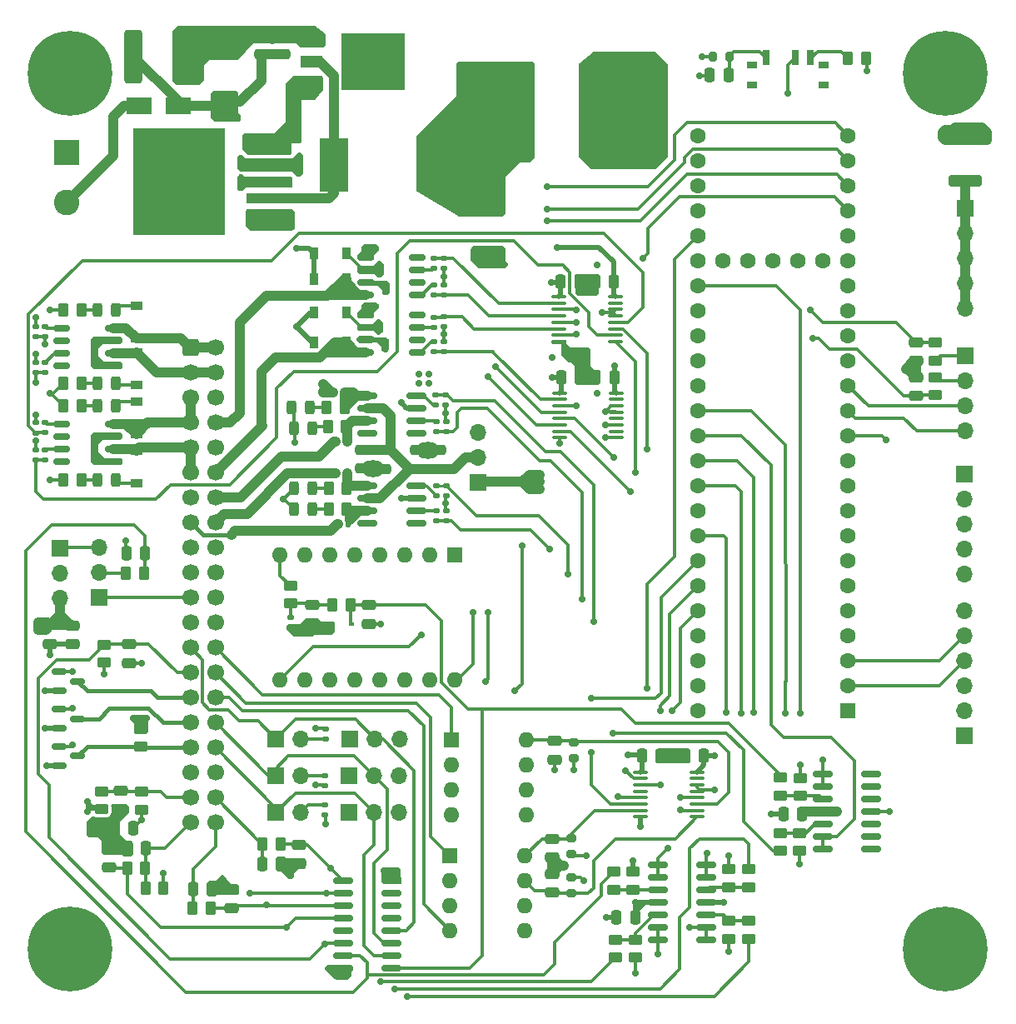
<source format=gtl>
G04 #@! TF.GenerationSoftware,KiCad,Pcbnew,(6.0.10)*
G04 #@! TF.CreationDate,2023-01-07T19:39:58+01:00*
G04 #@! TF.ProjectId,perfectV2.1v0,70657266-6563-4745-9632-2e3176302e6b,6*
G04 #@! TF.SameCoordinates,Original*
G04 #@! TF.FileFunction,Copper,L1,Top*
G04 #@! TF.FilePolarity,Positive*
%FSLAX46Y46*%
G04 Gerber Fmt 4.6, Leading zero omitted, Abs format (unit mm)*
G04 Created by KiCad (PCBNEW (6.0.10)) date 2023-01-07 19:39:58*
%MOMM*%
%LPD*%
G01*
G04 APERTURE LIST*
G04 Aperture macros list*
%AMRoundRect*
0 Rectangle with rounded corners*
0 $1 Rounding radius*
0 $2 $3 $4 $5 $6 $7 $8 $9 X,Y pos of 4 corners*
0 Add a 4 corners polygon primitive as box body*
4,1,4,$2,$3,$4,$5,$6,$7,$8,$9,$2,$3,0*
0 Add four circle primitives for the rounded corners*
1,1,$1+$1,$2,$3*
1,1,$1+$1,$4,$5*
1,1,$1+$1,$6,$7*
1,1,$1+$1,$8,$9*
0 Add four rect primitives between the rounded corners*
20,1,$1+$1,$2,$3,$4,$5,0*
20,1,$1+$1,$4,$5,$6,$7,0*
20,1,$1+$1,$6,$7,$8,$9,0*
20,1,$1+$1,$8,$9,$2,$3,0*%
G04 Aperture macros list end*
G04 #@! TA.AperFunction,SMDPad,CuDef*
%ADD10RoundRect,0.243750X0.243750X0.456250X-0.243750X0.456250X-0.243750X-0.456250X0.243750X-0.456250X0*%
G04 #@! TD*
G04 #@! TA.AperFunction,SMDPad,CuDef*
%ADD11RoundRect,0.250000X-0.475000X0.250000X-0.475000X-0.250000X0.475000X-0.250000X0.475000X0.250000X0*%
G04 #@! TD*
G04 #@! TA.AperFunction,SMDPad,CuDef*
%ADD12R,2.200000X1.200000*%
G04 #@! TD*
G04 #@! TA.AperFunction,SMDPad,CuDef*
%ADD13R,6.400000X5.800000*%
G04 #@! TD*
G04 #@! TA.AperFunction,ComponentPad*
%ADD14R,1.700000X1.700000*%
G04 #@! TD*
G04 #@! TA.AperFunction,ComponentPad*
%ADD15O,1.700000X1.700000*%
G04 #@! TD*
G04 #@! TA.AperFunction,SMDPad,CuDef*
%ADD16R,0.900000X1.200000*%
G04 #@! TD*
G04 #@! TA.AperFunction,SMDPad,CuDef*
%ADD17RoundRect,0.135000X-0.185000X0.135000X-0.185000X-0.135000X0.185000X-0.135000X0.185000X0.135000X0*%
G04 #@! TD*
G04 #@! TA.AperFunction,ComponentPad*
%ADD18R,1.600000X1.600000*%
G04 #@! TD*
G04 #@! TA.AperFunction,ComponentPad*
%ADD19C,1.600000*%
G04 #@! TD*
G04 #@! TA.AperFunction,SMDPad,CuDef*
%ADD20RoundRect,0.150000X0.825000X0.150000X-0.825000X0.150000X-0.825000X-0.150000X0.825000X-0.150000X0*%
G04 #@! TD*
G04 #@! TA.AperFunction,SMDPad,CuDef*
%ADD21RoundRect,0.250000X0.475000X-0.250000X0.475000X0.250000X-0.475000X0.250000X-0.475000X-0.250000X0*%
G04 #@! TD*
G04 #@! TA.AperFunction,SMDPad,CuDef*
%ADD22RoundRect,0.250000X0.262500X0.450000X-0.262500X0.450000X-0.262500X-0.450000X0.262500X-0.450000X0*%
G04 #@! TD*
G04 #@! TA.AperFunction,ComponentPad*
%ADD23R,2.600000X2.600000*%
G04 #@! TD*
G04 #@! TA.AperFunction,ComponentPad*
%ADD24C,2.600000*%
G04 #@! TD*
G04 #@! TA.AperFunction,SMDPad,CuDef*
%ADD25RoundRect,0.243750X-0.243750X-0.456250X0.243750X-0.456250X0.243750X0.456250X-0.243750X0.456250X0*%
G04 #@! TD*
G04 #@! TA.AperFunction,SMDPad,CuDef*
%ADD26RoundRect,0.100000X-0.637500X-0.100000X0.637500X-0.100000X0.637500X0.100000X-0.637500X0.100000X0*%
G04 #@! TD*
G04 #@! TA.AperFunction,SMDPad,CuDef*
%ADD27R,0.600000X0.450000*%
G04 #@! TD*
G04 #@! TA.AperFunction,SMDPad,CuDef*
%ADD28RoundRect,0.135000X0.185000X-0.135000X0.185000X0.135000X-0.185000X0.135000X-0.185000X-0.135000X0*%
G04 #@! TD*
G04 #@! TA.AperFunction,SMDPad,CuDef*
%ADD29RoundRect,0.200000X-0.275000X0.200000X-0.275000X-0.200000X0.275000X-0.200000X0.275000X0.200000X0*%
G04 #@! TD*
G04 #@! TA.AperFunction,SMDPad,CuDef*
%ADD30RoundRect,0.250000X0.450000X-0.262500X0.450000X0.262500X-0.450000X0.262500X-0.450000X-0.262500X0*%
G04 #@! TD*
G04 #@! TA.AperFunction,SMDPad,CuDef*
%ADD31RoundRect,0.150000X-0.825000X-0.150000X0.825000X-0.150000X0.825000X0.150000X-0.825000X0.150000X0*%
G04 #@! TD*
G04 #@! TA.AperFunction,SMDPad,CuDef*
%ADD32RoundRect,0.250000X-0.650000X-2.450000X0.650000X-2.450000X0.650000X2.450000X-0.650000X2.450000X0*%
G04 #@! TD*
G04 #@! TA.AperFunction,SMDPad,CuDef*
%ADD33RoundRect,0.250000X-0.450000X0.262500X-0.450000X-0.262500X0.450000X-0.262500X0.450000X0.262500X0*%
G04 #@! TD*
G04 #@! TA.AperFunction,SMDPad,CuDef*
%ADD34RoundRect,0.150000X-0.675000X-0.150000X0.675000X-0.150000X0.675000X0.150000X-0.675000X0.150000X0*%
G04 #@! TD*
G04 #@! TA.AperFunction,SMDPad,CuDef*
%ADD35RoundRect,0.250000X-0.250000X-0.475000X0.250000X-0.475000X0.250000X0.475000X-0.250000X0.475000X0*%
G04 #@! TD*
G04 #@! TA.AperFunction,SMDPad,CuDef*
%ADD36RoundRect,0.200000X0.200000X0.275000X-0.200000X0.275000X-0.200000X-0.275000X0.200000X-0.275000X0*%
G04 #@! TD*
G04 #@! TA.AperFunction,SMDPad,CuDef*
%ADD37R,1.200000X0.900000*%
G04 #@! TD*
G04 #@! TA.AperFunction,SMDPad,CuDef*
%ADD38RoundRect,0.135000X-0.135000X-0.185000X0.135000X-0.185000X0.135000X0.185000X-0.135000X0.185000X0*%
G04 #@! TD*
G04 #@! TA.AperFunction,ComponentPad*
%ADD39O,1.600000X1.600000*%
G04 #@! TD*
G04 #@! TA.AperFunction,ComponentPad*
%ADD40C,8.600000*%
G04 #@! TD*
G04 #@! TA.AperFunction,SMDPad,CuDef*
%ADD41R,2.900000X5.400000*%
G04 #@! TD*
G04 #@! TA.AperFunction,SMDPad,CuDef*
%ADD42RoundRect,0.250000X-0.262500X-0.450000X0.262500X-0.450000X0.262500X0.450000X-0.262500X0.450000X0*%
G04 #@! TD*
G04 #@! TA.AperFunction,SMDPad,CuDef*
%ADD43RoundRect,0.250000X0.250000X0.475000X-0.250000X0.475000X-0.250000X-0.475000X0.250000X-0.475000X0*%
G04 #@! TD*
G04 #@! TA.AperFunction,SMDPad,CuDef*
%ADD44RoundRect,0.250000X-1.450000X0.312500X-1.450000X-0.312500X1.450000X-0.312500X1.450000X0.312500X0*%
G04 #@! TD*
G04 #@! TA.AperFunction,SMDPad,CuDef*
%ADD45RoundRect,0.250000X1.025000X-0.787500X1.025000X0.787500X-1.025000X0.787500X-1.025000X-0.787500X0*%
G04 #@! TD*
G04 #@! TA.AperFunction,SMDPad,CuDef*
%ADD46R,2.500000X1.800000*%
G04 #@! TD*
G04 #@! TA.AperFunction,SMDPad,CuDef*
%ADD47RoundRect,0.249998X-3.650002X-4.550002X3.650002X-4.550002X3.650002X4.550002X-3.650002X4.550002X0*%
G04 #@! TD*
G04 #@! TA.AperFunction,SMDPad,CuDef*
%ADD48R,4.600000X1.100000*%
G04 #@! TD*
G04 #@! TA.AperFunction,SMDPad,CuDef*
%ADD49R,9.400000X10.800000*%
G04 #@! TD*
G04 #@! TA.AperFunction,SMDPad,CuDef*
%ADD50R,0.700000X1.500000*%
G04 #@! TD*
G04 #@! TA.AperFunction,SMDPad,CuDef*
%ADD51R,1.000000X0.800000*%
G04 #@! TD*
G04 #@! TA.AperFunction,SMDPad,CuDef*
%ADD52RoundRect,0.150000X-0.587500X-0.150000X0.587500X-0.150000X0.587500X0.150000X-0.587500X0.150000X0*%
G04 #@! TD*
G04 #@! TA.AperFunction,SMDPad,CuDef*
%ADD53RoundRect,0.150000X0.675000X0.150000X-0.675000X0.150000X-0.675000X-0.150000X0.675000X-0.150000X0*%
G04 #@! TD*
G04 #@! TA.AperFunction,ComponentPad*
%ADD54RoundRect,0.250000X-0.600000X-0.600000X0.600000X-0.600000X0.600000X0.600000X-0.600000X0.600000X0*%
G04 #@! TD*
G04 #@! TA.AperFunction,ComponentPad*
%ADD55C,1.700000*%
G04 #@! TD*
G04 #@! TA.AperFunction,SMDPad,CuDef*
%ADD56RoundRect,0.200000X0.275000X-0.200000X0.275000X0.200000X-0.275000X0.200000X-0.275000X-0.200000X0*%
G04 #@! TD*
G04 #@! TA.AperFunction,SMDPad,CuDef*
%ADD57RoundRect,0.250000X1.450000X-0.312500X1.450000X0.312500X-1.450000X0.312500X-1.450000X-0.312500X0*%
G04 #@! TD*
G04 #@! TA.AperFunction,ViaPad*
%ADD58C,0.700000*%
G04 #@! TD*
G04 #@! TA.AperFunction,Conductor*
%ADD59C,0.500000*%
G04 #@! TD*
G04 #@! TA.AperFunction,Conductor*
%ADD60C,1.000000*%
G04 #@! TD*
G04 #@! TA.AperFunction,Conductor*
%ADD61C,0.300000*%
G04 #@! TD*
G04 #@! TA.AperFunction,Conductor*
%ADD62C,0.400000*%
G04 #@! TD*
G04 #@! TA.AperFunction,Conductor*
%ADD63C,0.425000*%
G04 #@! TD*
G04 #@! TA.AperFunction,Conductor*
%ADD64C,0.250000*%
G04 #@! TD*
G04 APERTURE END LIST*
D10*
X57687500Y-123500000D03*
X55812500Y-123500000D03*
D11*
X76250000Y-160600000D03*
X76250000Y-162500000D03*
D12*
X77550000Y-78720000D03*
X77550000Y-81000000D03*
X77550000Y-83280000D03*
D13*
X83850000Y-81000000D03*
D14*
X81475000Y-149850000D03*
D15*
X84015000Y-149850000D03*
X86555000Y-149850000D03*
D16*
X77800000Y-109600000D03*
X81100000Y-109600000D03*
D17*
X90238750Y-126645000D03*
X90238750Y-127665000D03*
D18*
X132120000Y-146975000D03*
D19*
X132120000Y-144435000D03*
X132120000Y-141895000D03*
X132120000Y-139355000D03*
X132120000Y-136815000D03*
X132120000Y-134275000D03*
X132120000Y-131735000D03*
X132120000Y-129195000D03*
X132120000Y-126655000D03*
X132120000Y-124115000D03*
X132120000Y-121575000D03*
X132120000Y-119035000D03*
X132120000Y-116495000D03*
X132120000Y-113955000D03*
X132120000Y-111415000D03*
X132120000Y-108875000D03*
X132120000Y-106335000D03*
X132120000Y-103795000D03*
X132120000Y-101255000D03*
X132120000Y-98715000D03*
X132120000Y-96175000D03*
X132120000Y-93635000D03*
X132120000Y-91095000D03*
X132120000Y-88555000D03*
X116880000Y-88555000D03*
X116880000Y-91095000D03*
X116880000Y-93635000D03*
X116880000Y-96175000D03*
X116880000Y-98715000D03*
X116880000Y-101255000D03*
X116880000Y-103795000D03*
X116880000Y-106335000D03*
X116880000Y-108875000D03*
X116880000Y-111415000D03*
X116880000Y-113955000D03*
X116880000Y-116495000D03*
X116880000Y-119035000D03*
X116880000Y-121575000D03*
X116880000Y-124115000D03*
X116880000Y-126655000D03*
X116880000Y-129195000D03*
X116880000Y-131735000D03*
X116880000Y-134275000D03*
X116880000Y-136815000D03*
X116880000Y-139355000D03*
X116880000Y-141895000D03*
X116880000Y-144435000D03*
X116880000Y-146975000D03*
X129580000Y-101255000D03*
X127040000Y-101255000D03*
X124500000Y-101255000D03*
X121960000Y-101255000D03*
X119420000Y-101255000D03*
D20*
X88213750Y-118760000D03*
X88213750Y-117490000D03*
X88213750Y-116220000D03*
X88213750Y-114950000D03*
X83263750Y-114950000D03*
X83263750Y-116220000D03*
X83263750Y-117490000D03*
X83263750Y-118760000D03*
D21*
X51000000Y-140200000D03*
X51000000Y-138300000D03*
D14*
X73920000Y-153600000D03*
D15*
X76460000Y-153600000D03*
D22*
X54162500Y-123500000D03*
X52337500Y-123500000D03*
D23*
X52645000Y-90250000D03*
D24*
X52645000Y-95330000D03*
D25*
X75801250Y-118300000D03*
X77676250Y-118300000D03*
D26*
X102737500Y-104925000D03*
X102737500Y-105575000D03*
X102737500Y-106225000D03*
X102737500Y-106875000D03*
X102737500Y-107525000D03*
X102737500Y-108175000D03*
X102737500Y-108825000D03*
X102737500Y-109475000D03*
X108462500Y-109475000D03*
X108462500Y-108825000D03*
X108462500Y-108175000D03*
X108462500Y-107525000D03*
X108462500Y-106875000D03*
X108462500Y-106225000D03*
X108462500Y-105575000D03*
X108462500Y-104925000D03*
D27*
X81650000Y-138200000D03*
X79550000Y-138200000D03*
D21*
X102250000Y-151950000D03*
X102250000Y-150050000D03*
D10*
X57687500Y-106250000D03*
X55812500Y-106250000D03*
D28*
X49500000Y-118760000D03*
X49500000Y-117740000D03*
D14*
X143900000Y-149550000D03*
D15*
X143900000Y-147010000D03*
X143900000Y-144470000D03*
X143900000Y-141930000D03*
X143900000Y-139390000D03*
X143900000Y-136850000D03*
D29*
X104250000Y-150175000D03*
X104250000Y-151825000D03*
D22*
X80901250Y-116155000D03*
X79076250Y-116155000D03*
D30*
X110500000Y-172075000D03*
X110500000Y-170250000D03*
D31*
X112775000Y-162690000D03*
X112775000Y-163960000D03*
X112775000Y-165230000D03*
X112775000Y-166500000D03*
X112775000Y-167770000D03*
X112775000Y-169040000D03*
X112775000Y-170310000D03*
X117725000Y-170310000D03*
X117725000Y-169040000D03*
X117725000Y-167770000D03*
X117725000Y-166500000D03*
X117725000Y-165230000D03*
X117725000Y-163960000D03*
X117725000Y-162690000D03*
D28*
X90238750Y-125165000D03*
X90238750Y-124145000D03*
D22*
X81151250Y-126525000D03*
X79326250Y-126525000D03*
D32*
X59450000Y-80500000D03*
X64550000Y-80500000D03*
D33*
X120000000Y-163087500D03*
X120000000Y-164912500D03*
X127250000Y-153837500D03*
X127250000Y-155662500D03*
D30*
X60250000Y-157062500D03*
X60250000Y-155237500D03*
D34*
X52125000Y-108095000D03*
X52125000Y-109365000D03*
X52125000Y-110635000D03*
X52125000Y-111905000D03*
X57375000Y-111905000D03*
X57375000Y-110635000D03*
X57375000Y-109365000D03*
X57375000Y-108095000D03*
D35*
X58750000Y-131000000D03*
X60650000Y-131000000D03*
D11*
X83400000Y-136250000D03*
X83400000Y-138150000D03*
D36*
X120050000Y-80500000D03*
X118400000Y-80500000D03*
D35*
X72550000Y-162550000D03*
X74450000Y-162550000D03*
D14*
X73915000Y-157350000D03*
D15*
X76455000Y-157350000D03*
D37*
X59750000Y-109150000D03*
X59750000Y-105850000D03*
D28*
X49500000Y-109010000D03*
X49500000Y-107990000D03*
X91238750Y-118665000D03*
X91238750Y-117645000D03*
D17*
X90238750Y-117645000D03*
X90238750Y-118665000D03*
D28*
X91000000Y-102010000D03*
X91000000Y-100990000D03*
D33*
X122000000Y-168337500D03*
X122000000Y-170162500D03*
D38*
X79978750Y-119655000D03*
X80998750Y-119655000D03*
D31*
X80775000Y-164255000D03*
X80775000Y-165525000D03*
X80775000Y-166795000D03*
X80775000Y-168065000D03*
X80775000Y-169335000D03*
X80775000Y-170605000D03*
X80775000Y-171875000D03*
X80775000Y-173145000D03*
X85725000Y-173145000D03*
X85725000Y-171875000D03*
X85725000Y-170605000D03*
X85725000Y-169335000D03*
X85725000Y-168065000D03*
X85725000Y-166795000D03*
X85725000Y-165525000D03*
X85725000Y-164255000D03*
D22*
X54162500Y-116000000D03*
X52337500Y-116000000D03*
D28*
X91000000Y-108000000D03*
X91000000Y-106980000D03*
D18*
X91750000Y-149950000D03*
D39*
X91750000Y-152490000D03*
X91750000Y-155030000D03*
X91750000Y-157570000D03*
X99370000Y-157570000D03*
X99370000Y-155030000D03*
X99370000Y-152490000D03*
X99370000Y-149950000D03*
D28*
X91238750Y-125165000D03*
X91238750Y-124145000D03*
X90200000Y-115910000D03*
X90200000Y-114890000D03*
D18*
X92140000Y-131160000D03*
D39*
X89600000Y-131160000D03*
X87060000Y-131160000D03*
X84520000Y-131160000D03*
X81980000Y-131160000D03*
X79440000Y-131160000D03*
X76900000Y-131160000D03*
X74360000Y-131160000D03*
X74360000Y-143860000D03*
X76900000Y-143860000D03*
X79440000Y-143860000D03*
X81980000Y-143860000D03*
X84520000Y-143860000D03*
X87060000Y-143860000D03*
X89600000Y-143860000D03*
X92140000Y-143860000D03*
D10*
X57687500Y-113750000D03*
X55812500Y-113750000D03*
D28*
X78975000Y-149860000D03*
X78975000Y-148840000D03*
D25*
X75801250Y-124405000D03*
X77676250Y-124405000D03*
D22*
X74412500Y-160550000D03*
X72587500Y-160550000D03*
D28*
X91000000Y-104760000D03*
X91000000Y-103740000D03*
D14*
X56000000Y-135500000D03*
D15*
X56000000Y-132960000D03*
X56000000Y-130420000D03*
D28*
X91200000Y-115910000D03*
X91200000Y-114890000D03*
D40*
X53000000Y-171250000D03*
D41*
X79842500Y-91500000D03*
X89742500Y-91500000D03*
D42*
X132087500Y-80700000D03*
X133912500Y-80700000D03*
D17*
X50500000Y-111590000D03*
X50500000Y-112610000D03*
D21*
X82688750Y-122355000D03*
X82688750Y-120455000D03*
D37*
X59750000Y-118900000D03*
X59750000Y-115600000D03*
D16*
X77800000Y-103100000D03*
X81100000Y-103100000D03*
D22*
X81512500Y-136200000D03*
X79687500Y-136200000D03*
D18*
X91650000Y-161700000D03*
D39*
X91650000Y-164240000D03*
X91650000Y-166780000D03*
X91650000Y-169320000D03*
X99270000Y-169320000D03*
X99270000Y-166780000D03*
X99270000Y-164240000D03*
X99270000Y-161700000D03*
D43*
X127450000Y-157500000D03*
X125550000Y-157500000D03*
D17*
X49500000Y-111590000D03*
X49500000Y-112610000D03*
D44*
X144000000Y-88862500D03*
X144000000Y-93137500D03*
D30*
X120000000Y-170162500D03*
X120000000Y-168337500D03*
D17*
X50500000Y-117730000D03*
X50500000Y-118750000D03*
D35*
X111150000Y-151600000D03*
X113050000Y-151600000D03*
D20*
X88213750Y-127960000D03*
X88213750Y-126690000D03*
X88213750Y-125420000D03*
X88213750Y-124150000D03*
X83263750Y-124150000D03*
X83263750Y-125420000D03*
X83263750Y-126690000D03*
X83263750Y-127960000D03*
D14*
X81365000Y-153600000D03*
D15*
X83905000Y-153600000D03*
X86445000Y-153600000D03*
D45*
X68705000Y-85112500D03*
X68705000Y-78887500D03*
D17*
X50500000Y-107980000D03*
X50500000Y-109000000D03*
D25*
X75551250Y-116155000D03*
X77426250Y-116155000D03*
D46*
X64000000Y-85500000D03*
X60000000Y-85500000D03*
D30*
X56500000Y-142112500D03*
X56500000Y-140287500D03*
D43*
X59450000Y-158900000D03*
X57550000Y-158900000D03*
D42*
X58837500Y-163000000D03*
X60662500Y-163000000D03*
D40*
X142000000Y-82250000D03*
D30*
X108250000Y-165162500D03*
X108250000Y-163337500D03*
D33*
X125200000Y-159425000D03*
X125200000Y-161250000D03*
D21*
X84888750Y-122405000D03*
X84888750Y-120505000D03*
D17*
X90000000Y-109480000D03*
X90000000Y-110500000D03*
D37*
X59750000Y-120600000D03*
X59750000Y-123900000D03*
D38*
X79728750Y-114655000D03*
X80748750Y-114655000D03*
D28*
X90000000Y-102010000D03*
X90000000Y-100990000D03*
D33*
X110250000Y-163337500D03*
X110250000Y-165162500D03*
D11*
X88288750Y-120505000D03*
X88288750Y-122405000D03*
D21*
X69400000Y-167050000D03*
X69400000Y-165150000D03*
D22*
X54162500Y-113750000D03*
X52337500Y-113750000D03*
D30*
X122000000Y-164912500D03*
X122000000Y-163087500D03*
D11*
X77600000Y-136250000D03*
X77600000Y-138150000D03*
D22*
X81151250Y-124405000D03*
X79326250Y-124405000D03*
D21*
X74705000Y-80250000D03*
X74705000Y-78350000D03*
D11*
X102000000Y-163550000D03*
X102000000Y-165450000D03*
D47*
X96292500Y-86000000D03*
X108792500Y-86000000D03*
D11*
X58200000Y-155150000D03*
X58200000Y-157050000D03*
D28*
X91238750Y-127665000D03*
X91238750Y-126645000D03*
X75400000Y-138510000D03*
X75400000Y-137490000D03*
D43*
X117450000Y-151600000D03*
X115550000Y-151600000D03*
D30*
X60200000Y-150662500D03*
X60200000Y-148837500D03*
D43*
X119950000Y-82400000D03*
X118050000Y-82400000D03*
D16*
X77800000Y-106500000D03*
X81100000Y-106500000D03*
D33*
X141000000Y-113087500D03*
X141000000Y-114912500D03*
D35*
X102877500Y-103350000D03*
X104777500Y-103350000D03*
D21*
X57000000Y-162950000D03*
X57000000Y-161050000D03*
D48*
X73275000Y-96650000D03*
X73275000Y-94950000D03*
X73275000Y-93250000D03*
X73275000Y-91550000D03*
X73275000Y-89850000D03*
D49*
X64125000Y-93250000D03*
D50*
X123750000Y-80650000D03*
X126750000Y-80650000D03*
X128250000Y-80650000D03*
D51*
X122350000Y-81350000D03*
X122350000Y-83450000D03*
X129650000Y-83450000D03*
X129650000Y-81350000D03*
D33*
X108500000Y-170250000D03*
X108500000Y-172075000D03*
D29*
X104000000Y-159925000D03*
X104000000Y-161575000D03*
D52*
X51925000Y-150650000D03*
X51925000Y-152550000D03*
X53800000Y-151600000D03*
D35*
X65500000Y-165100000D03*
X67400000Y-165100000D03*
D14*
X144000000Y-95925000D03*
D15*
X144000000Y-98465000D03*
X144000000Y-101005000D03*
X144000000Y-103545000D03*
X144000000Y-106085000D03*
D43*
X60700000Y-161000000D03*
X58800000Y-161000000D03*
D14*
X73950000Y-149850000D03*
D15*
X76490000Y-149850000D03*
D30*
X127200000Y-161250000D03*
X127200000Y-159425000D03*
D25*
X75801250Y-126525000D03*
X77676250Y-126525000D03*
D11*
X139000000Y-109550000D03*
X139000000Y-111450000D03*
D22*
X67312500Y-167100000D03*
X65487500Y-167100000D03*
D53*
X88325000Y-104705000D03*
X88325000Y-103435000D03*
X88325000Y-102165000D03*
X88325000Y-100895000D03*
X83075000Y-100895000D03*
X83075000Y-102165000D03*
X83075000Y-103435000D03*
X83075000Y-104705000D03*
D10*
X57687500Y-116000000D03*
X55812500Y-116000000D03*
D53*
X88325000Y-110555000D03*
X88325000Y-109285000D03*
X88325000Y-108015000D03*
X88325000Y-106745000D03*
X83075000Y-106745000D03*
X83075000Y-108015000D03*
X83075000Y-109285000D03*
X83075000Y-110555000D03*
D42*
X58687500Y-133000000D03*
X60512500Y-133000000D03*
D17*
X78945000Y-153590000D03*
X78945000Y-154610000D03*
D14*
X144000000Y-110960000D03*
D15*
X144000000Y-113500000D03*
X144000000Y-116040000D03*
X144000000Y-118580000D03*
D17*
X50500000Y-120490000D03*
X50500000Y-121510000D03*
D28*
X90000000Y-108010000D03*
X90000000Y-106990000D03*
D21*
X72455000Y-80250000D03*
X72455000Y-78350000D03*
D38*
X80228750Y-128025000D03*
X81248750Y-128025000D03*
D54*
X65247500Y-110120000D03*
D55*
X67787500Y-110120000D03*
X65247500Y-112660000D03*
X67787500Y-112660000D03*
X65247500Y-115200000D03*
X67787500Y-115200000D03*
X65247500Y-117740000D03*
X67787500Y-117740000D03*
X65247500Y-120280000D03*
X67787500Y-120280000D03*
X65247500Y-122820000D03*
X67787500Y-122820000D03*
X65247500Y-125360000D03*
X67787500Y-125360000D03*
X65247500Y-127900000D03*
X67787500Y-127900000D03*
X65247500Y-130440000D03*
X67787500Y-130440000D03*
X65247500Y-132980000D03*
X67787500Y-132980000D03*
X65247500Y-135520000D03*
X67787500Y-135520000D03*
X65247500Y-138060000D03*
X67787500Y-138060000D03*
X65247500Y-140600000D03*
X67787500Y-140600000D03*
X65247500Y-143140000D03*
X67787500Y-143140000D03*
X65247500Y-145680000D03*
X67787500Y-145680000D03*
X65247500Y-148220000D03*
X67787500Y-148220000D03*
X65247500Y-150760000D03*
X67787500Y-150760000D03*
X65247500Y-153300000D03*
X67787500Y-153300000D03*
X65247500Y-155840000D03*
X67787500Y-155840000D03*
X65247500Y-158380000D03*
X67787500Y-158380000D03*
D17*
X49500000Y-120490000D03*
X49500000Y-121510000D03*
D21*
X102000000Y-161900000D03*
X102000000Y-160000000D03*
D40*
X53000000Y-82250000D03*
D16*
X77800000Y-100500000D03*
X81100000Y-100500000D03*
D11*
X90488750Y-120505000D03*
X90488750Y-122405000D03*
D56*
X104000000Y-165575000D03*
X104000000Y-163925000D03*
D26*
X102810000Y-114695000D03*
X102810000Y-115345000D03*
X102810000Y-115995000D03*
X102810000Y-116645000D03*
X102810000Y-117295000D03*
X102810000Y-117945000D03*
X102810000Y-118595000D03*
X102810000Y-119245000D03*
X108535000Y-119245000D03*
X108535000Y-118595000D03*
X108535000Y-117945000D03*
X108535000Y-117295000D03*
X108535000Y-116645000D03*
X108535000Y-115995000D03*
X108535000Y-115345000D03*
X108535000Y-114695000D03*
D31*
X129525000Y-153440000D03*
X129525000Y-154710000D03*
X129525000Y-155980000D03*
X129525000Y-157250000D03*
X129525000Y-158520000D03*
X129525000Y-159790000D03*
X129525000Y-161060000D03*
X134475000Y-161060000D03*
X134475000Y-159790000D03*
X134475000Y-158520000D03*
X134475000Y-157250000D03*
X134475000Y-155980000D03*
X134475000Y-154710000D03*
X134475000Y-153440000D03*
D14*
X52025000Y-130525000D03*
D15*
X52025000Y-133065000D03*
X52025000Y-135605000D03*
D22*
X54162500Y-106250000D03*
X52337500Y-106250000D03*
D14*
X81400000Y-157350000D03*
D15*
X83940000Y-157350000D03*
X86480000Y-157350000D03*
D42*
X60687500Y-165000000D03*
X62512500Y-165000000D03*
D21*
X139000000Y-115000000D03*
X139000000Y-113100000D03*
D26*
X111037500Y-153225000D03*
X111037500Y-153875000D03*
X111037500Y-154525000D03*
X111037500Y-155175000D03*
X111037500Y-155825000D03*
X111037500Y-156475000D03*
X111037500Y-157125000D03*
X111037500Y-157775000D03*
X116762500Y-157775000D03*
X116762500Y-157125000D03*
X116762500Y-156475000D03*
X116762500Y-155825000D03*
X116762500Y-155175000D03*
X116762500Y-154525000D03*
X116762500Y-153875000D03*
X116762500Y-153225000D03*
D33*
X56200000Y-155187500D03*
X56200000Y-157012500D03*
D21*
X53250000Y-140250000D03*
X53250000Y-138350000D03*
D43*
X108277500Y-103350000D03*
X106377500Y-103350000D03*
D40*
X142000000Y-171250000D03*
D30*
X125250000Y-155612500D03*
X125250000Y-153787500D03*
D14*
X94488750Y-123780000D03*
D15*
X94488750Y-121240000D03*
X94488750Y-118700000D03*
D17*
X78940000Y-156590000D03*
X78940000Y-157610000D03*
D28*
X91000000Y-110510000D03*
X91000000Y-109490000D03*
D33*
X141000000Y-109587500D03*
X141000000Y-111412500D03*
D37*
X59750000Y-110600000D03*
X59750000Y-113900000D03*
D43*
X108350000Y-113100000D03*
X106450000Y-113100000D03*
D57*
X95500000Y-100387500D03*
X95500000Y-96112500D03*
D52*
X51862500Y-143050000D03*
X51862500Y-144950000D03*
X53737500Y-144000000D03*
D34*
X52125000Y-117845000D03*
X52125000Y-119115000D03*
X52125000Y-120385000D03*
X52125000Y-121655000D03*
X57375000Y-121655000D03*
X57375000Y-120385000D03*
X57375000Y-119115000D03*
X57375000Y-117845000D03*
D30*
X75400000Y-136112500D03*
X75400000Y-134287500D03*
D52*
X51862500Y-146850000D03*
X51862500Y-148750000D03*
X53737500Y-147800000D03*
D38*
X79978750Y-122905000D03*
X80998750Y-122905000D03*
D11*
X59000000Y-140250000D03*
X59000000Y-142150000D03*
D14*
X143900000Y-122925000D03*
D15*
X143900000Y-125465000D03*
X143900000Y-128005000D03*
X143900000Y-130545000D03*
X143900000Y-133085000D03*
D43*
X110450000Y-168000000D03*
X108550000Y-168000000D03*
D17*
X90000000Y-103740000D03*
X90000000Y-104760000D03*
D35*
X102950000Y-113100000D03*
X104850000Y-113100000D03*
D22*
X81051250Y-118155000D03*
X79226250Y-118155000D03*
D58*
X104300000Y-111250000D03*
X83000000Y-105900000D03*
X113250000Y-86750000D03*
X85100000Y-103650000D03*
X107500000Y-168000000D03*
X55500000Y-121600000D03*
X120000000Y-171500000D03*
X49500000Y-119600000D03*
X55500000Y-109350000D03*
X86700000Y-115700000D03*
X107100000Y-106500000D03*
X72200000Y-88700000D03*
X56200000Y-159500000D03*
X75900000Y-82900000D03*
X74400000Y-88700000D03*
X107400000Y-116600000D03*
X66000000Y-80800000D03*
X68500000Y-164100000D03*
X107250000Y-91500000D03*
X108750000Y-155750000D03*
X55100000Y-159500000D03*
X80100000Y-173900000D03*
X136300000Y-157250000D03*
X91000000Y-102900000D03*
X81200000Y-173900000D03*
X110000000Y-80500000D03*
X106250000Y-80500000D03*
X66000000Y-83000000D03*
X70400000Y-93800000D03*
X111000000Y-91500000D03*
X55500000Y-119100000D03*
X114350000Y-152000000D03*
X79400000Y-138900000D03*
X49500000Y-110750000D03*
X75400000Y-163700000D03*
X113250000Y-81750000D03*
X102250000Y-153000000D03*
X112250000Y-91500000D03*
X69700000Y-80500000D03*
X50500000Y-148800000D03*
X120000000Y-161750000D03*
X104250000Y-110450000D03*
X106000000Y-91500000D03*
X107500000Y-80500000D03*
X91200000Y-125900000D03*
X117000000Y-82500000D03*
X110500000Y-173662500D03*
X110250000Y-162250000D03*
X76000000Y-84300000D03*
X84000000Y-105900000D03*
X127250000Y-152500000D03*
X70600000Y-78300000D03*
X104750000Y-104450000D03*
X75900000Y-78800000D03*
X55500000Y-110550000D03*
X79300000Y-173200000D03*
X113250000Y-84250000D03*
X91000000Y-108700000D03*
X119500000Y-166500000D03*
X85050000Y-109450000D03*
X138000000Y-112250000D03*
X109750000Y-91500000D03*
X75838750Y-119700000D03*
X51000000Y-141300000D03*
X91200000Y-116800000D03*
X108500000Y-91500000D03*
X75900000Y-78000000D03*
X84600000Y-138200000D03*
X86700000Y-125400000D03*
X113250000Y-83000000D03*
X84000000Y-100000000D03*
X89400000Y-121050000D03*
X60300000Y-142200000D03*
X124250000Y-157500000D03*
X49500000Y-116900000D03*
X83800000Y-122950000D03*
X58700000Y-129700000D03*
X70400000Y-92900000D03*
X105600000Y-110450000D03*
X55100000Y-158400000D03*
X118500000Y-155000000D03*
X77600000Y-84500000D03*
X70600000Y-79500000D03*
X114300000Y-151150000D03*
X103250000Y-162750000D03*
X105600000Y-111300000D03*
X55500000Y-120300000D03*
X83800000Y-121850000D03*
X113250000Y-88000000D03*
X66000000Y-78500000D03*
X112500000Y-80500000D03*
X113250000Y-90500000D03*
X89400000Y-119950000D03*
X56200000Y-158400000D03*
X111250000Y-80500000D03*
X73600000Y-78900000D03*
X75900000Y-139100000D03*
X66000000Y-79700000D03*
X49500000Y-107000000D03*
X85100000Y-104400000D03*
X70900000Y-88700000D03*
X55500000Y-111850000D03*
X113250000Y-89250000D03*
X68000000Y-80500000D03*
X107400000Y-119250000D03*
X50600000Y-152600000D03*
X50500000Y-145000000D03*
X127200000Y-162575000D03*
X73200000Y-88700000D03*
X77400000Y-139100000D03*
X75500000Y-88700000D03*
X85050000Y-110200000D03*
X107400000Y-117950000D03*
X106400000Y-104450000D03*
X108750000Y-80500000D03*
X74638750Y-125455000D03*
X73600000Y-77800000D03*
X111000000Y-158750000D03*
X66000000Y-81900000D03*
X102800000Y-119850000D03*
X113250000Y-85500000D03*
X105550000Y-104450000D03*
X83000000Y-100000000D03*
X88500000Y-112750000D03*
X88500000Y-113750000D03*
X60750000Y-147750000D03*
X76000000Y-100000000D03*
X59500000Y-147750000D03*
X76000000Y-108000000D03*
X51000000Y-106250000D03*
X89500000Y-113750000D03*
X89500000Y-112750000D03*
X51000000Y-123500000D03*
X51000000Y-114750000D03*
X101500000Y-97250000D03*
X88750000Y-139250000D03*
X95250000Y-144000000D03*
X95500000Y-137000000D03*
X101500000Y-96000000D03*
X94000000Y-137000000D03*
X101500000Y-93750000D03*
X74200000Y-97800000D03*
X71400000Y-97800000D03*
X75500000Y-97800000D03*
X72800000Y-97800000D03*
X67900000Y-86700000D03*
X68900000Y-86700000D03*
X70000000Y-86700000D03*
X91750000Y-93250000D03*
X76300000Y-90700000D03*
X134000000Y-82000000D03*
X102500000Y-99900000D03*
X70400000Y-90900000D03*
X91750000Y-91500000D03*
X117250000Y-80500000D03*
X146000000Y-88000000D03*
X70400000Y-91700000D03*
X89250000Y-88250000D03*
X141750000Y-88750000D03*
X49750000Y-138750000D03*
X94750000Y-95000000D03*
X145000000Y-87750000D03*
X93250000Y-96000000D03*
X100750000Y-123000000D03*
X100750000Y-124500000D03*
X102000000Y-111100000D03*
X90000000Y-94750000D03*
X91750000Y-85750000D03*
X143000000Y-87750000D03*
X76300000Y-92300000D03*
X49750000Y-138000000D03*
X90250000Y-88250000D03*
X93500000Y-91500000D03*
X76300000Y-91500000D03*
X96500000Y-95000000D03*
X100750000Y-123750000D03*
X91750000Y-87000000D03*
X144000000Y-87750000D03*
X146250000Y-89000000D03*
X109750000Y-151500000D03*
X91750000Y-88250000D03*
X108350000Y-111900000D03*
X142000000Y-88000000D03*
X86000000Y-175250000D03*
X75000000Y-169000000D03*
X79050000Y-165500000D03*
X71250000Y-165500000D03*
X108200000Y-149250000D03*
X60250000Y-158100000D03*
X78925000Y-170675000D03*
X113000000Y-154500000D03*
X78700000Y-114600000D03*
X78700000Y-113800000D03*
X128500000Y-109125000D03*
X128250000Y-106250000D03*
X101900000Y-103500000D03*
X102000000Y-113100000D03*
X106600000Y-101700000D03*
X118500000Y-151600000D03*
X106600000Y-114700000D03*
X131000000Y-157250000D03*
X110500000Y-166500000D03*
X126000000Y-84250000D03*
X84500000Y-102600000D03*
X84500000Y-101700000D03*
X84400000Y-107600000D03*
X84400000Y-108400000D03*
X105500000Y-161750000D03*
X105250000Y-164250000D03*
X104250000Y-153000000D03*
X99000000Y-130250000D03*
X53250000Y-150500000D03*
X98250000Y-145000000D03*
X53250000Y-143000000D03*
X53250000Y-146750000D03*
X136000000Y-119500000D03*
X78000000Y-154500000D03*
X54750000Y-157250000D03*
X62500000Y-163500000D03*
X86250000Y-163250000D03*
X78000000Y-148750000D03*
X56500000Y-143250000D03*
X97000000Y-101500000D03*
X95750000Y-101500000D03*
X54750000Y-156250000D03*
X94750000Y-101500000D03*
X85000000Y-163250000D03*
X79000000Y-158500000D03*
X96250000Y-112000000D03*
X50500000Y-109750000D03*
X49500000Y-113600000D03*
X95500000Y-113000000D03*
X105085000Y-135665000D03*
X106215000Y-137965000D03*
X101735000Y-130585000D03*
X103650000Y-133150000D03*
X108250000Y-121250000D03*
X110000000Y-124750000D03*
X110500000Y-122750000D03*
X111675000Y-120425000D03*
X104500000Y-116000000D03*
X104500000Y-107500000D03*
X104500000Y-108750000D03*
X104500000Y-106250000D03*
X111250000Y-101000000D03*
X109500000Y-153061396D03*
X111700000Y-144700000D03*
X129525000Y-151975000D03*
X127250000Y-147250000D03*
X117750000Y-161500000D03*
X125750000Y-147250000D03*
X116000000Y-169027478D03*
X122500000Y-147200000D03*
X112775000Y-171750000D03*
X121250000Y-147250000D03*
X113750000Y-161000000D03*
X119750000Y-147150000D03*
X106000000Y-151250000D03*
X106000000Y-145750000D03*
X115100000Y-157100000D03*
X113000000Y-147000000D03*
X114250000Y-147000000D03*
X115100000Y-155800000D03*
X87250000Y-176000000D03*
X73000000Y-166750000D03*
X84550000Y-174550000D03*
X79500000Y-163000000D03*
D59*
X84888750Y-122405000D02*
X83395000Y-122405000D01*
D60*
X139000000Y-111450000D02*
X138800000Y-111450000D01*
D59*
X84100000Y-122100000D02*
X83500000Y-122100000D01*
D60*
X139000000Y-113100000D02*
X139000000Y-111450000D01*
D59*
X88213750Y-116220000D02*
X87220000Y-116220000D01*
X51975000Y-152600000D02*
X51925000Y-152550000D01*
D61*
X74751250Y-125455000D02*
X75801250Y-124405000D01*
X86720000Y-125420000D02*
X86700000Y-125400000D01*
D59*
X53200000Y-140200000D02*
X53250000Y-140250000D01*
D61*
X91200000Y-125203750D02*
X91238750Y-125165000D01*
D60*
X102800000Y-162750000D02*
X102000000Y-163550000D01*
D61*
X91000000Y-108700000D02*
X91000000Y-109490000D01*
X108530000Y-119250000D02*
X108535000Y-119245000D01*
X59000000Y-142150000D02*
X60250000Y-142150000D01*
D59*
X83800000Y-122950000D02*
X83283750Y-122950000D01*
X50500000Y-148800000D02*
X51812500Y-148800000D01*
D61*
X107400000Y-117950000D02*
X108530000Y-117950000D01*
D59*
X83500000Y-122650000D02*
X84150000Y-122650000D01*
X107500000Y-168000000D02*
X108550000Y-168000000D01*
D61*
X108187500Y-106500000D02*
X108462500Y-106225000D01*
D59*
X84343750Y-122950000D02*
X84888750Y-122405000D01*
D61*
X127250000Y-153837500D02*
X127250000Y-152500000D01*
X107400000Y-116600000D02*
X108490000Y-116600000D01*
X134475000Y-157250000D02*
X136300000Y-157250000D01*
D59*
X84150000Y-122150000D02*
X84100000Y-122100000D01*
D61*
X116762500Y-154762500D02*
X117000000Y-155000000D01*
X58700000Y-129700000D02*
X58700000Y-130950000D01*
D59*
X110250000Y-163337500D02*
X110250000Y-162250000D01*
X89750000Y-120200000D02*
X89150000Y-120200000D01*
D61*
X84550000Y-138150000D02*
X84600000Y-138200000D01*
D59*
X88843750Y-119950000D02*
X88288750Y-120505000D01*
X51000000Y-140200000D02*
X53200000Y-140200000D01*
X84333750Y-121850000D02*
X84888750Y-122405000D01*
D61*
X91200000Y-126606250D02*
X91238750Y-126645000D01*
X117000000Y-82500000D02*
X117950000Y-82500000D01*
X75801250Y-118155000D02*
X75801250Y-116405000D01*
D59*
X111000000Y-158750000D02*
X111000000Y-157812500D01*
X83800000Y-122950000D02*
X83800000Y-121850000D01*
D61*
X49500000Y-111590000D02*
X49500000Y-110750000D01*
X107100000Y-106500000D02*
X108187500Y-106500000D01*
X120000000Y-163087500D02*
X120000000Y-161750000D01*
X91200000Y-117606250D02*
X91238750Y-117645000D01*
D60*
X103250000Y-162750000D02*
X102800000Y-162750000D01*
D59*
X83283750Y-122950000D02*
X82688750Y-122355000D01*
D61*
X49500000Y-117740000D02*
X49500000Y-116900000D01*
X108825000Y-155825000D02*
X108750000Y-155750000D01*
X107400000Y-119250000D02*
X108530000Y-119250000D01*
D59*
X83395000Y-122405000D02*
X82738750Y-122405000D01*
X89400000Y-121050000D02*
X88833750Y-121050000D01*
D60*
X138150000Y-112250000D02*
X139000000Y-113100000D01*
X138800000Y-111450000D02*
X138000000Y-112250000D01*
D61*
X117950000Y-82500000D02*
X118050000Y-82400000D01*
D59*
X89400000Y-121050000D02*
X89943750Y-121050000D01*
D61*
X75801250Y-116405000D02*
X75551250Y-116155000D01*
D59*
X89943750Y-121050000D02*
X90488750Y-120505000D01*
X89400000Y-119950000D02*
X89933750Y-119950000D01*
X83800000Y-122950000D02*
X84343750Y-122950000D01*
D61*
X74638750Y-125455000D02*
X74751250Y-125455000D01*
D59*
X51812500Y-148800000D02*
X51862500Y-148750000D01*
D61*
X83400000Y-138150000D02*
X84550000Y-138150000D01*
D59*
X89933750Y-119950000D02*
X90488750Y-120505000D01*
D61*
X127200000Y-161250000D02*
X127200000Y-162575000D01*
D59*
X83193750Y-121850000D02*
X82688750Y-122355000D01*
D61*
X108462500Y-106775000D02*
X108187500Y-106500000D01*
X108530000Y-117950000D02*
X108535000Y-117945000D01*
D59*
X82738750Y-122405000D02*
X82688750Y-122355000D01*
D61*
X110500000Y-172075000D02*
X110500000Y-173662500D01*
X108490000Y-116600000D02*
X108535000Y-116645000D01*
X108535000Y-115995000D02*
X108005000Y-115995000D01*
X120000000Y-171500000D02*
X120000000Y-170162500D01*
D59*
X50500000Y-145000000D02*
X51812500Y-145000000D01*
D61*
X91000000Y-102010000D02*
X91000000Y-103740000D01*
X49500000Y-107990000D02*
X49500000Y-107000000D01*
D59*
X89750000Y-120750000D02*
X89750000Y-120200000D01*
D61*
X102800000Y-119255000D02*
X102810000Y-119245000D01*
X74731250Y-125455000D02*
X75801250Y-126525000D01*
D59*
X89400000Y-121050000D02*
X89400000Y-119950000D01*
D60*
X138000000Y-112250000D02*
X138150000Y-112250000D01*
D59*
X51875000Y-152600000D02*
X51925000Y-152550000D01*
D61*
X75838750Y-119700000D02*
X75838750Y-118337500D01*
D59*
X88213750Y-125420000D02*
X86720000Y-125420000D01*
D60*
X102850000Y-162750000D02*
X102000000Y-161900000D01*
D61*
X102250000Y-153000000D02*
X102250000Y-151950000D01*
X91000000Y-108700000D02*
X91000000Y-108000000D01*
X108462500Y-106875000D02*
X108462500Y-106775000D01*
D59*
X51812500Y-145000000D02*
X51862500Y-144950000D01*
X83800000Y-121850000D02*
X84333750Y-121850000D01*
D61*
X102800000Y-119850000D02*
X102800000Y-119255000D01*
X58700000Y-130950000D02*
X58750000Y-131000000D01*
X91200000Y-125900000D02*
X91200000Y-126606250D01*
D59*
X84150000Y-122650000D02*
X84150000Y-122150000D01*
X50600000Y-152600000D02*
X51875000Y-152600000D01*
D61*
X75838750Y-118192500D02*
X75801250Y-118155000D01*
D59*
X83800000Y-121850000D02*
X83193750Y-121850000D01*
D61*
X118500000Y-155000000D02*
X117000000Y-155000000D01*
D59*
X83800000Y-122950000D02*
X83500000Y-122650000D01*
X87220000Y-116220000D02*
X86700000Y-115700000D01*
X88833750Y-121050000D02*
X88288750Y-120505000D01*
X89400000Y-119950000D02*
X88843750Y-119950000D01*
X51000000Y-141300000D02*
X51000000Y-140200000D01*
D61*
X111037500Y-155825000D02*
X108825000Y-155825000D01*
X116937500Y-155000000D02*
X116762500Y-155175000D01*
D59*
X89150000Y-120200000D02*
X89100000Y-120250000D01*
D61*
X117000000Y-155000000D02*
X116937500Y-155000000D01*
D60*
X103250000Y-162750000D02*
X102850000Y-162750000D01*
D59*
X90488750Y-120505000D02*
X88288750Y-120505000D01*
D61*
X49500000Y-120490000D02*
X49500000Y-119600000D01*
D59*
X117725000Y-166500000D02*
X119500000Y-166500000D01*
D61*
X91200000Y-115910000D02*
X91200000Y-117606250D01*
X108005000Y-115995000D02*
X107400000Y-116600000D01*
X116762500Y-154525000D02*
X116762500Y-154762500D01*
X91200000Y-125900000D02*
X91200000Y-125203750D01*
X60250000Y-142150000D02*
X60300000Y-142200000D01*
D59*
X89100000Y-120750000D02*
X89750000Y-120750000D01*
X124250000Y-157500000D02*
X125550000Y-157500000D01*
D60*
X102000000Y-163550000D02*
X102000000Y-161900000D01*
X57400000Y-90575000D02*
X57400000Y-86600000D01*
D61*
X74360000Y-133247500D02*
X75400000Y-134287500D01*
D60*
X57400000Y-86600000D02*
X58500000Y-85500000D01*
X58500000Y-85500000D02*
X60000000Y-85500000D01*
D61*
X51000000Y-106250000D02*
X52337500Y-106250000D01*
D60*
X52645000Y-95330000D02*
X57400000Y-90575000D01*
D59*
X77800000Y-106500000D02*
X77500000Y-106500000D01*
X76000000Y-100000000D02*
X77300000Y-100000000D01*
X77800000Y-100500000D02*
X77800000Y-103100000D01*
D61*
X51000000Y-114750000D02*
X51087500Y-114750000D01*
X51000000Y-123500000D02*
X52337500Y-123500000D01*
X51337500Y-114750000D02*
X52337500Y-113750000D01*
D59*
X77500000Y-106500000D02*
X76000000Y-108000000D01*
X77800000Y-109600000D02*
X77600000Y-109600000D01*
D61*
X51087500Y-114750000D02*
X52337500Y-116000000D01*
D59*
X77600000Y-109600000D02*
X76000000Y-108000000D01*
D61*
X74360000Y-131160000D02*
X74360000Y-133247500D01*
X51000000Y-114750000D02*
X51337500Y-114750000D01*
D59*
X77300000Y-100000000D02*
X77800000Y-100500000D01*
D61*
X129985000Y-92485000D02*
X116015000Y-92485000D01*
X132120000Y-93635000D02*
X130985000Y-92500000D01*
X115765000Y-92485000D02*
X116015000Y-92485000D01*
X74360000Y-143860000D02*
X77720000Y-140500000D01*
X130985000Y-92500000D02*
X130000000Y-92500000D01*
X77720000Y-140500000D02*
X87500000Y-140500000D01*
X130000000Y-92500000D02*
X129985000Y-92485000D01*
X101500000Y-97250000D02*
X111000000Y-97250000D01*
X88750000Y-139250000D02*
X87500000Y-140500000D01*
X111000000Y-97250000D02*
X115765000Y-92485000D01*
X116305000Y-89945000D02*
X115500000Y-90750000D01*
X95500000Y-143750000D02*
X95250000Y-144000000D01*
X132120000Y-91095000D02*
X130970000Y-89945000D01*
X110750000Y-96000000D02*
X101500000Y-96000000D01*
X95500000Y-137000000D02*
X95500000Y-143750000D01*
X130970000Y-89945000D02*
X116305000Y-89945000D01*
X115500000Y-91250000D02*
X110750000Y-96000000D01*
X115500000Y-90750000D02*
X115500000Y-91250000D01*
X110000000Y-93750000D02*
X101500000Y-93750000D01*
X114500000Y-90750000D02*
X114500000Y-91000000D01*
X114250000Y-91250000D02*
X111750000Y-93750000D01*
X92390000Y-143860000D02*
X92140000Y-143860000D01*
X115750000Y-87250000D02*
X114500000Y-88500000D01*
X130815000Y-87250000D02*
X115750000Y-87250000D01*
X94000000Y-142250000D02*
X92390000Y-143860000D01*
X132120000Y-88555000D02*
X130815000Y-87250000D01*
X111750000Y-93750000D02*
X110000000Y-93750000D01*
X114500000Y-91000000D02*
X114250000Y-91250000D01*
X94000000Y-137000000D02*
X94000000Y-142250000D01*
X114500000Y-88500000D02*
X114500000Y-90750000D01*
D60*
X64000000Y-85050000D02*
X59450000Y-80500000D01*
X68317500Y-85500000D02*
X68705000Y-85112500D01*
X72455000Y-82945000D02*
X72455000Y-80250000D01*
X68300000Y-85500000D02*
X68317500Y-85500000D01*
X64000000Y-85500000D02*
X64000000Y-85050000D01*
X68705000Y-85112500D02*
X70287500Y-85112500D01*
X70287500Y-85112500D02*
X72455000Y-82945000D01*
X64000000Y-85500000D02*
X68300000Y-85500000D01*
X72455000Y-80250000D02*
X74705000Y-80250000D01*
D61*
X134000000Y-80787500D02*
X133912500Y-80700000D01*
D60*
X99750000Y-123000000D02*
X99000000Y-123750000D01*
D61*
X118400000Y-80500000D02*
X117250000Y-80500000D01*
D59*
X108350000Y-114510000D02*
X108535000Y-114695000D01*
X108277500Y-103350000D02*
X108277500Y-104740000D01*
D60*
X99750000Y-124500000D02*
X100750000Y-124500000D01*
D59*
X108277500Y-101422500D02*
X108300000Y-101400000D01*
D60*
X142000000Y-88000000D02*
X142750000Y-88000000D01*
X146250000Y-89000000D02*
X142000000Y-89000000D01*
X145000000Y-87750000D02*
X145750000Y-87750000D01*
X142000000Y-89000000D02*
X141750000Y-88750000D01*
X143000000Y-87750000D02*
X145000000Y-87750000D01*
X146250000Y-89000000D02*
X146250000Y-88250000D01*
X50700000Y-138000000D02*
X51000000Y-138300000D01*
D59*
X106800000Y-99900000D02*
X108300000Y-101400000D01*
D60*
X51000000Y-138300000D02*
X53200000Y-138300000D01*
X99000000Y-123750000D02*
X99750000Y-124500000D01*
X143250000Y-88000000D02*
X143000000Y-87750000D01*
D61*
X134000000Y-82000000D02*
X134000000Y-80787500D01*
D59*
X111050000Y-151500000D02*
X111150000Y-151600000D01*
D60*
X100750000Y-123750000D02*
X94518750Y-123750000D01*
D59*
X108277500Y-104740000D02*
X108462500Y-104925000D01*
D60*
X49750000Y-138750000D02*
X50550000Y-138750000D01*
X100750000Y-123000000D02*
X99750000Y-123000000D01*
X141750000Y-88250000D02*
X142000000Y-88000000D01*
X50550000Y-138750000D02*
X51000000Y-138300000D01*
X141750000Y-88750000D02*
X141750000Y-88250000D01*
X145750000Y-87750000D02*
X146000000Y-88000000D01*
D59*
X108350000Y-113100000D02*
X108350000Y-114510000D01*
D60*
X146000000Y-88000000D02*
X143250000Y-88000000D01*
X52025000Y-137275000D02*
X51000000Y-138300000D01*
D59*
X102500000Y-99900000D02*
X106800000Y-99900000D01*
D60*
X52025000Y-137275000D02*
X53100000Y-138350000D01*
X49750000Y-138000000D02*
X50700000Y-138000000D01*
X53200000Y-138300000D02*
X53250000Y-138350000D01*
D59*
X111150000Y-153112500D02*
X111037500Y-153225000D01*
X108350000Y-111900000D02*
X108350000Y-113100000D01*
D60*
X52025000Y-135605000D02*
X52025000Y-137275000D01*
X53100000Y-138350000D02*
X53250000Y-138350000D01*
D59*
X109750000Y-151500000D02*
X111050000Y-151500000D01*
D60*
X146250000Y-88250000D02*
X146000000Y-88000000D01*
D59*
X111150000Y-151600000D02*
X111150000Y-153112500D01*
D60*
X49750000Y-138750000D02*
X49750000Y-138000000D01*
D59*
X108277500Y-103350000D02*
X108277500Y-101422500D01*
D60*
X142750000Y-88000000D02*
X143000000Y-87750000D01*
X94518750Y-123750000D02*
X94488750Y-123780000D01*
D61*
X120050000Y-80450000D02*
X120500000Y-80000000D01*
X120500000Y-80000000D02*
X123100000Y-80000000D01*
X123100000Y-80000000D02*
X123750000Y-80650000D01*
X120050000Y-82300000D02*
X119950000Y-82400000D01*
X120050000Y-80500000D02*
X120050000Y-80450000D01*
X120050000Y-80500000D02*
X120050000Y-82300000D01*
X75000000Y-169000000D02*
X75935000Y-168065000D01*
X122000000Y-163087500D02*
X122000000Y-160500000D01*
X58837500Y-165637500D02*
X62200000Y-169000000D01*
X121500000Y-160000000D02*
X117000000Y-160000000D01*
X115000000Y-173250000D02*
X115000000Y-168000000D01*
X75935000Y-168065000D02*
X80775000Y-168065000D01*
X57050000Y-163000000D02*
X57000000Y-162950000D01*
X115000000Y-168000000D02*
X116000000Y-167000000D01*
X62200000Y-169000000D02*
X75000000Y-169000000D01*
X58837500Y-163000000D02*
X57050000Y-163000000D01*
X113000000Y-175250000D02*
X115000000Y-173250000D01*
X86000000Y-175250000D02*
X113000000Y-175250000D01*
X116000000Y-161000000D02*
X117000000Y-160000000D01*
X116000000Y-167000000D02*
X116000000Y-161000000D01*
X122000000Y-160500000D02*
X121500000Y-160000000D01*
X58837500Y-163000000D02*
X58837500Y-165637500D01*
D60*
X78370000Y-81000000D02*
X79842500Y-82472500D01*
X79842500Y-82472500D02*
X79842500Y-91500000D01*
X77550000Y-81000000D02*
X78370000Y-81000000D01*
X79842500Y-91500000D02*
X79842500Y-94457500D01*
X79842500Y-94457500D02*
X79350000Y-94950000D01*
X79350000Y-94950000D02*
X73275000Y-94950000D01*
X65247500Y-110120000D02*
X67787500Y-110120000D01*
X58695000Y-108095000D02*
X59750000Y-109150000D01*
X57375000Y-108095000D02*
X58695000Y-108095000D01*
X59750000Y-109150000D02*
X64277500Y-109150000D01*
X64277500Y-109150000D02*
X65247500Y-110120000D01*
X59715000Y-110635000D02*
X59750000Y-110600000D01*
X65247500Y-112660000D02*
X67787500Y-112660000D01*
X65247500Y-112660000D02*
X61810000Y-112660000D01*
X61810000Y-112660000D02*
X59750000Y-110600000D01*
X57375000Y-110635000D02*
X59715000Y-110635000D01*
D61*
X55812500Y-113750000D02*
X54162500Y-113750000D01*
X75400000Y-136112500D02*
X77462500Y-136112500D01*
X75400000Y-136112500D02*
X75400000Y-137490000D01*
X79687500Y-136200000D02*
X77650000Y-136200000D01*
X77462500Y-136112500D02*
X77600000Y-136250000D01*
X77650000Y-136200000D02*
X77600000Y-136250000D01*
D60*
X65247500Y-115200000D02*
X65247500Y-117740000D01*
X58695000Y-117845000D02*
X59750000Y-118900000D01*
X65247500Y-117740000D02*
X60910000Y-117740000D01*
X57375000Y-117845000D02*
X58695000Y-117845000D01*
X60805000Y-117845000D02*
X58695000Y-117845000D01*
X60910000Y-117740000D02*
X59750000Y-118900000D01*
X60910000Y-117740000D02*
X60805000Y-117845000D01*
X65247500Y-120280000D02*
X65247500Y-122820000D01*
X60070000Y-120280000D02*
X59750000Y-120600000D01*
X59535000Y-120385000D02*
X59750000Y-120600000D01*
X57375000Y-120385000D02*
X59535000Y-120385000D01*
X65247500Y-120280000D02*
X60070000Y-120280000D01*
D61*
X83350000Y-136200000D02*
X83400000Y-136250000D01*
X81512500Y-136200000D02*
X81512500Y-138062500D01*
X89150000Y-136250000D02*
X83400000Y-136250000D01*
X110500000Y-148250000D02*
X109050000Y-146800000D01*
X94900000Y-171900000D02*
X93655000Y-173145000D01*
X81512500Y-136200000D02*
X83350000Y-136200000D01*
X125250000Y-153500000D02*
X120000000Y-148250000D01*
X81512500Y-138062500D02*
X81650000Y-138200000D01*
X109050000Y-146800000D02*
X94900000Y-146800000D01*
X90750000Y-137850000D02*
X89150000Y-136250000D01*
X125250000Y-153787500D02*
X125250000Y-153500000D01*
X94900000Y-146800000D02*
X94900000Y-171900000D01*
X90750000Y-144096346D02*
X90750000Y-137850000D01*
X93453654Y-146800000D02*
X90750000Y-144096346D01*
X94900000Y-146800000D02*
X93453654Y-146800000D01*
X93655000Y-173145000D02*
X85725000Y-173145000D01*
X120000000Y-148250000D02*
X110500000Y-148250000D01*
D60*
X82317918Y-104705000D02*
X81100000Y-103487082D01*
X81100000Y-104600000D02*
X81205000Y-104705000D01*
X80900000Y-103100000D02*
X79200000Y-104800000D01*
X81205000Y-104705000D02*
X80595000Y-104705000D01*
X81100000Y-103487082D02*
X81100000Y-103100000D01*
X81100000Y-103100000D02*
X80900000Y-103100000D01*
X70250000Y-116730000D02*
X69240000Y-117740000D01*
X79295000Y-104705000D02*
X79200000Y-104800000D01*
X70250000Y-107500000D02*
X70250000Y-116730000D01*
X80595000Y-103605000D02*
X81100000Y-103100000D01*
X83075000Y-104705000D02*
X81205000Y-104705000D01*
X83075000Y-104705000D02*
X82317918Y-104705000D01*
X67787500Y-117740000D02*
X69240000Y-117740000D01*
X72950000Y-104800000D02*
X70250000Y-107500000D01*
X80595000Y-104705000D02*
X79295000Y-104705000D01*
X80595000Y-104705000D02*
X80595000Y-103605000D01*
X81100000Y-103100000D02*
X81100000Y-104600000D01*
X79200000Y-104800000D02*
X72950000Y-104800000D01*
X81100000Y-109600000D02*
X79900000Y-109600000D01*
X73900000Y-111100000D02*
X72500000Y-112500000D01*
X72500000Y-112500000D02*
X72500000Y-118000000D01*
X83075000Y-110555000D02*
X82055000Y-110555000D01*
X79900000Y-109600000D02*
X78950000Y-110550000D01*
X82055000Y-110555000D02*
X81100000Y-109600000D01*
X72553750Y-118053750D02*
X67787500Y-122820000D01*
X78400000Y-111100000D02*
X73900000Y-111100000D01*
X72500000Y-118000000D02*
X72553750Y-118053750D01*
X78950000Y-110550000D02*
X78400000Y-111100000D01*
X82050000Y-110550000D02*
X78950000Y-110550000D01*
X82055000Y-110555000D02*
X82050000Y-110550000D01*
D61*
X121500000Y-158250000D02*
X121500000Y-151000000D01*
X79050000Y-165500000D02*
X71250000Y-165500000D01*
X80775000Y-165525000D02*
X80750000Y-165500000D01*
X124500000Y-161250000D02*
X121500000Y-158250000D01*
X60250000Y-157062500D02*
X60250000Y-158100000D01*
X119750000Y-149250000D02*
X108200000Y-149250000D01*
X80750000Y-165500000D02*
X79050000Y-165500000D01*
X60250000Y-158100000D02*
X59450000Y-158900000D01*
X121500000Y-151000000D02*
X119750000Y-149250000D01*
X125200000Y-161250000D02*
X124500000Y-161250000D01*
X111037500Y-154525000D02*
X112975000Y-154525000D01*
X56537500Y-140250000D02*
X56500000Y-140287500D01*
X49800000Y-143667893D02*
X51667893Y-141800000D01*
X80775000Y-170605000D02*
X78995000Y-170605000D01*
X65247500Y-143140000D02*
X63890000Y-143140000D01*
X49800000Y-153400000D02*
X49800000Y-143667893D01*
X54987500Y-141800000D02*
X56500000Y-140287500D01*
X63890000Y-143140000D02*
X61000000Y-140250000D01*
X50900000Y-154500000D02*
X49800000Y-153400000D01*
X51667893Y-141800000D02*
X54987500Y-141800000D01*
X78925000Y-170675000D02*
X77400000Y-172200000D01*
X78995000Y-170605000D02*
X78925000Y-170675000D01*
X77400000Y-172200000D02*
X63200000Y-172200000D01*
X61000000Y-140250000D02*
X56537500Y-140250000D01*
X112975000Y-154525000D02*
X113000000Y-154500000D01*
X50900000Y-159900000D02*
X50900000Y-154500000D01*
X63200000Y-172200000D02*
X50900000Y-159900000D01*
X108500000Y-160000000D02*
X106250000Y-162250000D01*
X114537500Y-160000000D02*
X108500000Y-160000000D01*
X99270000Y-164240000D02*
X100280000Y-165250000D01*
X106250000Y-165000000D02*
X105675000Y-165575000D01*
X100280000Y-165250000D02*
X101800000Y-165250000D01*
X101800000Y-165250000D02*
X102000000Y-165450000D01*
X105675000Y-165575000D02*
X104000000Y-165575000D01*
X102125000Y-165575000D02*
X102000000Y-165450000D01*
X116762500Y-157775000D02*
X114537500Y-160000000D01*
X106250000Y-162250000D02*
X106250000Y-165000000D01*
X104000000Y-165575000D02*
X102125000Y-165575000D01*
X116762500Y-156475000D02*
X118775000Y-156475000D01*
X118850000Y-150100000D02*
X104325000Y-150100000D01*
X102150000Y-149950000D02*
X102250000Y-150050000D01*
X120000000Y-151250000D02*
X118850000Y-150100000D01*
X99370000Y-149950000D02*
X102150000Y-149950000D01*
X118775000Y-156475000D02*
X120000000Y-155250000D01*
X102250000Y-150050000D02*
X104125000Y-150050000D01*
X120000000Y-155250000D02*
X120000000Y-151250000D01*
X104325000Y-150100000D02*
X104250000Y-150175000D01*
X104125000Y-150050000D02*
X104250000Y-150175000D01*
X100970000Y-160000000D02*
X102000000Y-160000000D01*
X104000000Y-159500000D02*
X106375000Y-157125000D01*
X99270000Y-161700000D02*
X100970000Y-160000000D01*
X102000000Y-160000000D02*
X103925000Y-160000000D01*
X106375000Y-157125000D02*
X111037500Y-157125000D01*
X103925000Y-160000000D02*
X104000000Y-159925000D01*
X104000000Y-159925000D02*
X104000000Y-159500000D01*
D60*
X79728750Y-114655000D02*
X79555000Y-114655000D01*
X79728750Y-114655000D02*
X78755000Y-114655000D01*
X78755000Y-114655000D02*
X78700000Y-114600000D01*
X79555000Y-114655000D02*
X78700000Y-113800000D01*
X67787500Y-125360000D02*
X70340000Y-125360000D01*
X74500000Y-121200000D02*
X74900000Y-121200000D01*
X78300000Y-121200000D02*
X74900000Y-121200000D01*
X79978750Y-119655000D02*
X79845000Y-119655000D01*
X70340000Y-125360000D02*
X74500000Y-121200000D01*
X79845000Y-119655000D02*
X78300000Y-121200000D01*
D61*
X141000000Y-114912500D02*
X139087500Y-114912500D01*
X128500000Y-109125000D02*
X129125000Y-109125000D01*
X139087500Y-114912500D02*
X139000000Y-115000000D01*
X133000000Y-110250000D02*
X130250000Y-110250000D01*
X137750000Y-115000000D02*
X133000000Y-110250000D01*
X139000000Y-115000000D02*
X137750000Y-115000000D01*
X129125000Y-109125000D02*
X130250000Y-110250000D01*
X139037500Y-109587500D02*
X139000000Y-109550000D01*
X141000000Y-109587500D02*
X139037500Y-109587500D01*
X139000000Y-109550000D02*
X136950000Y-107500000D01*
X128250000Y-106250000D02*
X129500000Y-107500000D01*
X129500000Y-107500000D02*
X130250000Y-107500000D01*
X136950000Y-107500000D02*
X130250000Y-107500000D01*
D59*
X110450000Y-167750000D02*
X110450000Y-167300000D01*
X102950000Y-114555000D02*
X102810000Y-114695000D01*
X110900000Y-166500000D02*
X110500000Y-166500000D01*
X110900000Y-166500000D02*
X110900000Y-166700000D01*
X102727500Y-103500000D02*
X102877500Y-103350000D01*
D60*
X127700000Y-157250000D02*
X127450000Y-157500000D01*
D59*
X102877500Y-103350000D02*
X102877500Y-104785000D01*
X110450000Y-166550000D02*
X110500000Y-166500000D01*
X102000000Y-113100000D02*
X102950000Y-113100000D01*
X110450000Y-168000000D02*
X110450000Y-167750000D01*
X117450000Y-151600000D02*
X117450000Y-152537500D01*
D60*
X131000000Y-157250000D02*
X129525000Y-157250000D01*
D59*
X110450000Y-167150000D02*
X110450000Y-166550000D01*
X111400000Y-166500000D02*
X110450000Y-167450000D01*
X112775000Y-166500000D02*
X111400000Y-166500000D01*
X102950000Y-113100000D02*
X102950000Y-114555000D01*
X111400000Y-166500000D02*
X110900000Y-166500000D01*
X118500000Y-151600000D02*
X117450000Y-151600000D01*
X101900000Y-103500000D02*
X102727500Y-103500000D01*
X110900000Y-166700000D02*
X110450000Y-167150000D01*
D60*
X129525000Y-157250000D02*
X127700000Y-157250000D01*
D59*
X102877500Y-104785000D02*
X102737500Y-104925000D01*
X110450000Y-168000000D02*
X110450000Y-167150000D01*
X117450000Y-152537500D02*
X116762500Y-153225000D01*
X110450000Y-167450000D02*
X110450000Y-168000000D01*
D61*
X58087500Y-105850000D02*
X57687500Y-106250000D01*
X59750000Y-105850000D02*
X58087500Y-105850000D01*
X55812500Y-106250000D02*
X54162500Y-106250000D01*
X55812500Y-116000000D02*
X54162500Y-116000000D01*
X58087500Y-123900000D02*
X57687500Y-123500000D01*
X59750000Y-123900000D02*
X58087500Y-123900000D01*
X126750000Y-80650000D02*
X126000000Y-81400000D01*
X126000000Y-81400000D02*
X126000000Y-84250000D01*
X55812500Y-123500000D02*
X54162500Y-123500000D01*
X77676250Y-118155000D02*
X79226250Y-118155000D01*
X79076250Y-116155000D02*
X77426250Y-116155000D01*
X79326250Y-126525000D02*
X77676250Y-126525000D01*
X79326250Y-124405000D02*
X77676250Y-124405000D01*
D62*
X60297500Y-150760000D02*
X65247500Y-150760000D01*
X53800000Y-151600000D02*
X54737500Y-150662500D01*
X54737500Y-150662500D02*
X60200000Y-150662500D01*
X60200000Y-150662500D02*
X60297500Y-150760000D01*
D61*
X56000000Y-130420000D02*
X52130000Y-130420000D01*
X52130000Y-130420000D02*
X52025000Y-130525000D01*
X59750000Y-115600000D02*
X58087500Y-115600000D01*
X58087500Y-115600000D02*
X57687500Y-116000000D01*
X132120000Y-144435000D02*
X141395000Y-144435000D01*
X141395000Y-144435000D02*
X143900000Y-141930000D01*
X141395000Y-141895000D02*
X143900000Y-139390000D01*
X132120000Y-141895000D02*
X141395000Y-141895000D01*
X144000000Y-110960000D02*
X141452500Y-110960000D01*
X141452500Y-110960000D02*
X141000000Y-111412500D01*
X144000000Y-113500000D02*
X141412500Y-113500000D01*
X141412500Y-113500000D02*
X141000000Y-113087500D01*
X134205000Y-116040000D02*
X132120000Y-113955000D01*
X144000000Y-116040000D02*
X134205000Y-116040000D01*
D60*
X71000000Y-127000000D02*
X68687500Y-127000000D01*
X79978750Y-122905000D02*
X75095000Y-122905000D01*
X68687500Y-127000000D02*
X67787500Y-127900000D01*
X75095000Y-122905000D02*
X71000000Y-127000000D01*
X69800000Y-128700000D02*
X69400000Y-129100000D01*
D63*
X65247500Y-127900000D02*
X66510000Y-129162500D01*
D60*
X71800000Y-128700000D02*
X69800000Y-128700000D01*
X80228750Y-128025000D02*
X80175000Y-128025000D01*
D63*
X66510000Y-129162500D02*
X69337500Y-129162500D01*
D60*
X80175000Y-128025000D02*
X79500000Y-128700000D01*
X79500000Y-128700000D02*
X71800000Y-128700000D01*
D63*
X69337500Y-129162500D02*
X69400000Y-129100000D01*
D61*
X137750000Y-117250000D02*
X132875000Y-117250000D01*
X139080000Y-118580000D02*
X137750000Y-117250000D01*
X144000000Y-118580000D02*
X139080000Y-118580000D01*
X132875000Y-117250000D02*
X132120000Y-116495000D01*
X78935000Y-153600000D02*
X78945000Y-153590000D01*
X76460000Y-153600000D02*
X78935000Y-153600000D01*
D60*
X92038750Y-122405000D02*
X90488750Y-122405000D01*
X94488750Y-121240000D02*
X93203750Y-121240000D01*
X87538750Y-122405000D02*
X84523750Y-125420000D01*
X84853750Y-116220000D02*
X83263750Y-116220000D01*
X85638750Y-120505000D02*
X85638750Y-117005000D01*
X84888750Y-120505000D02*
X82738750Y-120505000D01*
X84523750Y-125420000D02*
X83263750Y-125420000D01*
X85638750Y-120505000D02*
X87538750Y-122405000D01*
X93203750Y-121240000D02*
X92038750Y-122405000D01*
X82738750Y-120505000D02*
X82688750Y-120455000D01*
X90488750Y-122405000D02*
X88288750Y-122405000D01*
X87538750Y-122405000D02*
X88288750Y-122405000D01*
X85638750Y-117005000D02*
X84853750Y-116220000D01*
X84888750Y-120505000D02*
X85638750Y-120505000D01*
D61*
X82765000Y-102165000D02*
X81100000Y-100500000D01*
X83075000Y-102165000D02*
X82765000Y-102165000D01*
X83075000Y-108015000D02*
X82615000Y-108015000D01*
X82615000Y-108015000D02*
X81100000Y-106500000D01*
X89700000Y-147700000D02*
X89700000Y-159750000D01*
X88200000Y-146200000D02*
X89700000Y-147700000D01*
X70847500Y-146200000D02*
X88200000Y-146200000D01*
X89700000Y-159750000D02*
X91650000Y-161700000D01*
X67787500Y-143140000D02*
X70847500Y-146200000D01*
X70500000Y-147000000D02*
X87400000Y-147000000D01*
X87400000Y-147000000D02*
X88950000Y-148550000D01*
X69180000Y-145680000D02*
X70500000Y-147000000D01*
X67787500Y-145680000D02*
X69180000Y-145680000D01*
X88950000Y-166620000D02*
X91650000Y-169320000D01*
X88950000Y-148550000D02*
X88950000Y-166620000D01*
X56000000Y-135500000D02*
X65227500Y-135500000D01*
X65227500Y-135500000D02*
X65247500Y-135520000D01*
X105500000Y-161750000D02*
X104175000Y-161750000D01*
X104175000Y-161750000D02*
X104000000Y-161575000D01*
X78940000Y-156590000D02*
X77215000Y-156590000D01*
X77215000Y-156590000D02*
X76455000Y-157350000D01*
X104925000Y-163925000D02*
X105250000Y-164250000D01*
X104000000Y-163925000D02*
X104925000Y-163925000D01*
X81905000Y-151600000D02*
X83905000Y-153600000D01*
X75200000Y-151600000D02*
X81905000Y-151600000D01*
X84905000Y-170605000D02*
X85725000Y-170605000D01*
X73920000Y-152880000D02*
X75200000Y-151600000D01*
X83900000Y-169600000D02*
X84905000Y-170605000D01*
X85280000Y-157847057D02*
X85300000Y-157867057D01*
X73167500Y-153600000D02*
X73920000Y-153600000D01*
X83900000Y-162500000D02*
X83900000Y-169600000D01*
X73920000Y-153600000D02*
X73920000Y-152880000D01*
X85300000Y-161100000D02*
X83900000Y-162500000D01*
X83905000Y-153600000D02*
X85280000Y-154975000D01*
X85280000Y-154975000D02*
X85280000Y-157847057D01*
X85300000Y-157867057D02*
X85300000Y-161100000D01*
X67787500Y-148220000D02*
X73167500Y-153600000D01*
X76500000Y-149860000D02*
X76490000Y-149850000D01*
X78975000Y-149860000D02*
X76500000Y-149860000D01*
X104250000Y-151825000D02*
X104250000Y-153000000D01*
X99000000Y-130250000D02*
X99000000Y-144250000D01*
X51925000Y-150650000D02*
X53100000Y-150650000D01*
X99000000Y-144250000D02*
X98250000Y-145000000D01*
X53100000Y-150650000D02*
X53250000Y-150500000D01*
X51862500Y-143050000D02*
X53200000Y-143050000D01*
X53200000Y-143050000D02*
X53250000Y-143000000D01*
D62*
X65247500Y-145680000D02*
X61930000Y-145680000D01*
X54737500Y-145000000D02*
X53737500Y-144000000D01*
X61250000Y-145000000D02*
X54737500Y-145000000D01*
X61930000Y-145680000D02*
X61250000Y-145000000D01*
X61000000Y-146750000D02*
X62470000Y-148220000D01*
X53737500Y-147800000D02*
X55950000Y-147800000D01*
X57000000Y-146750000D02*
X61000000Y-146750000D01*
X55950000Y-147800000D02*
X57000000Y-146750000D01*
X62470000Y-148220000D02*
X65247500Y-148220000D01*
D61*
X51862500Y-146850000D02*
X53150000Y-146850000D01*
X135535000Y-119035000D02*
X136000000Y-119500000D01*
X53150000Y-146850000D02*
X53250000Y-146750000D01*
X132120000Y-119035000D02*
X135535000Y-119035000D01*
X59750000Y-113900000D02*
X57837500Y-113900000D01*
X57837500Y-113900000D02*
X57687500Y-113750000D01*
X54750000Y-156250000D02*
X54750000Y-157250000D01*
X55250000Y-156750000D02*
X55937500Y-156750000D01*
X78885000Y-148750000D02*
X78975000Y-148840000D01*
X55937500Y-156750000D02*
X56200000Y-157012500D01*
X56500000Y-143250000D02*
X56500000Y-142112500D01*
X78835000Y-154500000D02*
X78945000Y-154610000D01*
X79000000Y-158500000D02*
X79000000Y-157670000D01*
X62500000Y-164987500D02*
X62512500Y-165000000D01*
X78000000Y-148750000D02*
X78885000Y-148750000D01*
X54750000Y-157250000D02*
X55000000Y-157000000D01*
X55000000Y-157000000D02*
X56187500Y-157000000D01*
X56187500Y-157000000D02*
X56200000Y-157012500D01*
X54750000Y-156250000D02*
X55250000Y-156750000D01*
X79000000Y-157670000D02*
X78940000Y-157610000D01*
X55000000Y-156500000D02*
X54750000Y-156250000D01*
X78000000Y-154500000D02*
X78835000Y-154500000D01*
X62500000Y-163500000D02*
X62500000Y-164987500D01*
X55000000Y-157000000D02*
X55000000Y-156500000D01*
X100895000Y-116645000D02*
X98500000Y-114250000D01*
X102810000Y-116645000D02*
X100895000Y-116645000D01*
X50500000Y-109000000D02*
X50500000Y-109750000D01*
X49510000Y-109000000D02*
X49500000Y-109010000D01*
X50500000Y-109000000D02*
X49510000Y-109000000D01*
X98500000Y-114250000D02*
X96250000Y-112000000D01*
X50615000Y-108095000D02*
X50500000Y-107980000D01*
X52125000Y-108095000D02*
X50615000Y-108095000D01*
X52125000Y-110635000D02*
X51455000Y-110635000D01*
X51455000Y-110635000D02*
X50500000Y-111590000D01*
X74000000Y-119250000D02*
X69230000Y-124020000D01*
X105750000Y-106500000D02*
X103827500Y-104577500D01*
X63270000Y-124020000D02*
X63230000Y-124020000D01*
X103827500Y-104577500D02*
X103827500Y-102427500D01*
X98150000Y-99250000D02*
X87537893Y-99250000D01*
X84250000Y-112500000D02*
X75750000Y-112500000D01*
X69230000Y-124020000D02*
X63270000Y-124020000D01*
X49500000Y-124750000D02*
X49500000Y-121510000D01*
X86250000Y-110500000D02*
X84250000Y-112500000D01*
X87537893Y-99250000D02*
X86250000Y-100537893D01*
X108462500Y-108825000D02*
X106575000Y-108825000D01*
X100600000Y-101700000D02*
X98150000Y-99250000D01*
X103827500Y-102427500D02*
X103100000Y-101700000D01*
X63230000Y-124020000D02*
X61750000Y-125500000D01*
X50500000Y-121510000D02*
X49500000Y-121510000D01*
X105750000Y-108000000D02*
X105750000Y-106500000D01*
X61750000Y-125500000D02*
X50250000Y-125500000D01*
X86250000Y-100537893D02*
X86250000Y-110500000D01*
X50250000Y-125500000D02*
X49500000Y-124750000D01*
X106575000Y-108825000D02*
X105750000Y-108000000D01*
X75750000Y-112500000D02*
X74000000Y-114250000D01*
X103100000Y-101700000D02*
X100600000Y-101700000D01*
X74000000Y-114250000D02*
X74000000Y-119250000D01*
X102810000Y-117945000D02*
X100445000Y-117945000D01*
X99000000Y-116500000D02*
X95500000Y-113000000D01*
X49500000Y-112610000D02*
X49500000Y-113600000D01*
X50500000Y-112610000D02*
X49500000Y-112610000D01*
X100445000Y-117945000D02*
X99000000Y-116500000D01*
X50615000Y-117845000D02*
X50500000Y-117730000D01*
X52125000Y-117845000D02*
X50615000Y-117845000D01*
X52125000Y-120385000D02*
X50605000Y-120385000D01*
X50605000Y-120385000D02*
X50500000Y-120490000D01*
X109725000Y-107525000D02*
X111250000Y-106000000D01*
X111250000Y-102500000D02*
X107250000Y-98500000D01*
X108462500Y-107525000D02*
X109725000Y-107525000D01*
X48800000Y-118060000D02*
X49500000Y-118760000D01*
X49510000Y-118750000D02*
X49500000Y-118760000D01*
X76250000Y-98500000D02*
X73500000Y-101250000D01*
X107250000Y-98500000D02*
X76250000Y-98500000D01*
X54260050Y-101250000D02*
X48800000Y-106710050D01*
X111250000Y-106000000D02*
X111250000Y-102500000D01*
X48800000Y-106710050D02*
X48800000Y-118060000D01*
X73500000Y-101250000D02*
X54260050Y-101250000D01*
X50500000Y-118750000D02*
X49510000Y-118750000D01*
X95400000Y-116250000D02*
X100750000Y-121600000D01*
X92400000Y-118200000D02*
X92400000Y-116650000D01*
X101850000Y-121600000D02*
X105085000Y-124835000D01*
X91935000Y-118665000D02*
X92400000Y-118200000D01*
X91238750Y-118665000D02*
X91935000Y-118665000D01*
X92800000Y-116250000D02*
X95400000Y-116250000D01*
X92400000Y-116650000D02*
X92800000Y-116250000D01*
X105085000Y-124835000D02*
X105085000Y-135665000D01*
X90238750Y-118665000D02*
X91238750Y-118665000D01*
X100750000Y-121600000D02*
X101850000Y-121600000D01*
X96150000Y-115500000D02*
X101350000Y-120700000D01*
X91950000Y-115500000D02*
X96150000Y-115500000D01*
X91200000Y-114890000D02*
X90200000Y-114890000D01*
X106215000Y-124015000D02*
X106215000Y-137965000D01*
X101350000Y-120700000D02*
X102900000Y-120700000D01*
X91340000Y-114890000D02*
X91950000Y-115500000D01*
X102900000Y-120700000D02*
X106215000Y-124015000D01*
X91200000Y-114890000D02*
X91340000Y-114890000D01*
D60*
X81178750Y-118282500D02*
X81178750Y-119655000D01*
X81716250Y-117490000D02*
X81051250Y-118155000D01*
X83263750Y-117490000D02*
X81716250Y-117490000D01*
X81051250Y-118155000D02*
X81178750Y-118282500D01*
X82096694Y-114950000D02*
X80901250Y-116145444D01*
X82096694Y-114950000D02*
X81801694Y-114655000D01*
X80928750Y-116127500D02*
X80928750Y-114655000D01*
X80901250Y-115498750D02*
X81200000Y-115200000D01*
X80901250Y-116155000D02*
X80901250Y-115498750D01*
X81801694Y-114655000D02*
X80928750Y-114655000D01*
X80901250Y-116155000D02*
X80928750Y-116127500D01*
X80901250Y-116145444D02*
X80901250Y-116155000D01*
X83263750Y-114950000D02*
X82096694Y-114950000D01*
D61*
X91765000Y-127665000D02*
X91238750Y-127665000D01*
X101735000Y-130585000D02*
X99800000Y-128650000D01*
X99800000Y-128650000D02*
X92750000Y-128650000D01*
X92750000Y-128650000D02*
X91765000Y-127665000D01*
X90238750Y-127665000D02*
X91238750Y-127665000D01*
X88258750Y-126645000D02*
X88213750Y-126690000D01*
X90238750Y-126645000D02*
X88258750Y-126645000D01*
D60*
X144000000Y-93137500D02*
X144000000Y-106085000D01*
D64*
X89223750Y-124150000D02*
X88213750Y-124150000D01*
X90238750Y-125165000D02*
X89223750Y-124150000D01*
X91238750Y-124145000D02*
X90238750Y-124145000D01*
D61*
X103650000Y-130150000D02*
X100650000Y-127150000D01*
X103650000Y-130150000D02*
X103650000Y-133150000D01*
D64*
X91295000Y-124145000D02*
X94300000Y-127150000D01*
D61*
X100650000Y-127150000D02*
X94300000Y-127150000D01*
D60*
X81151250Y-124405000D02*
X81178750Y-124377500D01*
X83263750Y-124150000D02*
X81993750Y-124150000D01*
X81178750Y-124377500D02*
X81178750Y-122905000D01*
X81406250Y-124150000D02*
X81151250Y-124405000D01*
X81993750Y-124150000D02*
X81406250Y-124150000D01*
D61*
X91000000Y-110510000D02*
X96010000Y-110510000D01*
X100845000Y-115345000D02*
X102810000Y-115345000D01*
X91000000Y-110510000D02*
X90010000Y-110510000D01*
X96010000Y-110510000D02*
X96050000Y-110550000D01*
X96050000Y-110550000D02*
X100845000Y-115345000D01*
X88645000Y-110555000D02*
X89720000Y-109480000D01*
X88325000Y-110555000D02*
X88645000Y-110555000D01*
X89720000Y-109480000D02*
X90000000Y-109480000D01*
X58687500Y-133000000D02*
X56040000Y-133000000D01*
X56040000Y-133000000D02*
X56000000Y-132960000D01*
X90000000Y-108010000D02*
X88330000Y-108010000D01*
X88330000Y-108010000D02*
X88325000Y-108015000D01*
X92880000Y-106980000D02*
X91000000Y-106980000D01*
X90990000Y-106990000D02*
X91000000Y-106980000D01*
X94075000Y-108175000D02*
X92880000Y-106980000D01*
X90000000Y-106990000D02*
X90990000Y-106990000D01*
X102737500Y-108175000D02*
X94075000Y-108175000D01*
X95575000Y-106875000D02*
X93600000Y-104900000D01*
X102737500Y-106875000D02*
X95575000Y-106875000D01*
X90000000Y-104760000D02*
X91000000Y-104760000D01*
X91000000Y-104760000D02*
X93460000Y-104760000D01*
X93460000Y-104760000D02*
X93600000Y-104900000D01*
X89760000Y-103740000D02*
X88795000Y-104705000D01*
X88795000Y-104705000D02*
X88325000Y-104705000D01*
X90000000Y-103740000D02*
X89760000Y-103740000D01*
D60*
X83263750Y-126690000D02*
X81316250Y-126690000D01*
X81428750Y-126802500D02*
X81151250Y-126525000D01*
X82356668Y-126690000D02*
X81428750Y-127617918D01*
X81428750Y-127617918D02*
X81428750Y-126802500D01*
X81316250Y-126690000D02*
X81151250Y-126525000D01*
X83263750Y-126690000D02*
X82356668Y-126690000D01*
D61*
X88325000Y-102165000D02*
X89845000Y-102165000D01*
X89845000Y-102165000D02*
X90000000Y-102010000D01*
X91990000Y-100990000D02*
X91000000Y-100990000D01*
X102737500Y-105575000D02*
X96575000Y-105575000D01*
X91000000Y-100990000D02*
X90000000Y-100990000D01*
X96575000Y-105575000D02*
X91990000Y-100990000D01*
X112775000Y-165230000D02*
X108317500Y-165230000D01*
X108317500Y-165230000D02*
X108250000Y-165162500D01*
X118042500Y-164912500D02*
X117725000Y-165230000D01*
X122000000Y-164912500D02*
X118042500Y-164912500D01*
X127200000Y-155612500D02*
X127250000Y-155662500D01*
X129207500Y-155662500D02*
X129525000Y-155980000D01*
X127250000Y-155662500D02*
X129207500Y-155662500D01*
X125250000Y-155612500D02*
X127200000Y-155612500D01*
X102810000Y-117295000D02*
X104295000Y-117295000D01*
X108250000Y-121250000D02*
X104295000Y-117295000D01*
X102810000Y-118595000D02*
X103845000Y-118595000D01*
X106000000Y-120750000D02*
X110000000Y-124750000D01*
X103845000Y-118595000D02*
X106000000Y-120750000D01*
X108462500Y-109475000D02*
X108475000Y-109475000D01*
X108475000Y-109475000D02*
X110500000Y-111500000D01*
X110500000Y-111500000D02*
X110500000Y-122750000D01*
X108462500Y-108175000D02*
X109186396Y-108175000D01*
X111675000Y-110663604D02*
X111505698Y-110494302D01*
X109186396Y-108175000D02*
X111505698Y-110494302D01*
X111675000Y-120425000D02*
X111675000Y-110663604D01*
X102810000Y-115995000D02*
X104495000Y-115995000D01*
X104495000Y-115995000D02*
X104500000Y-116000000D01*
X102737500Y-107525000D02*
X104475000Y-107525000D01*
X104475000Y-107525000D02*
X104500000Y-107500000D01*
X102737500Y-108825000D02*
X104425000Y-108825000D01*
X104425000Y-108825000D02*
X104500000Y-108750000D01*
X114965000Y-94785000D02*
X130730000Y-94785000D01*
X130730000Y-94785000D02*
X132120000Y-96175000D01*
X111750000Y-100500000D02*
X111750000Y-98000000D01*
X102737500Y-106225000D02*
X104475000Y-106225000D01*
X111750000Y-100500000D02*
X111250000Y-101000000D01*
X111750000Y-98000000D02*
X114965000Y-94785000D01*
X104475000Y-106225000D02*
X104500000Y-106250000D01*
X91750000Y-146650000D02*
X90500000Y-145400000D01*
X90500000Y-145400000D02*
X72587500Y-145400000D01*
X91750000Y-149950000D02*
X91750000Y-146650000D01*
X72587500Y-145400000D02*
X67787500Y-140600000D01*
X114500000Y-101095000D02*
X116880000Y-98715000D01*
X111700000Y-144700000D02*
X111700000Y-134100000D01*
X111037500Y-153875000D02*
X110313604Y-153875000D01*
X114500000Y-131300000D02*
X114500000Y-101095000D01*
X110313604Y-153875000D02*
X109500000Y-153061396D01*
X111700000Y-134100000D02*
X114500000Y-131300000D01*
X127250000Y-147300000D02*
X127250000Y-106550000D01*
X124795000Y-103795000D02*
X116880000Y-103795000D01*
X124795000Y-103795000D02*
X127250000Y-106250000D01*
X129525000Y-154710000D02*
X129525000Y-153440000D01*
X127250000Y-106250000D02*
X127250000Y-106550000D01*
X129525000Y-153440000D02*
X129525000Y-151975000D01*
X83875000Y-171875000D02*
X85725000Y-171875000D01*
X83940000Y-160640000D02*
X82900000Y-161680000D01*
X75915000Y-155350000D02*
X81940000Y-155350000D01*
X83940000Y-157350000D02*
X83940000Y-160640000D01*
X67787500Y-150760000D02*
X73915000Y-156887500D01*
X73915000Y-156887500D02*
X73915000Y-157350000D01*
X82900000Y-170900000D02*
X83875000Y-171875000D01*
X81940000Y-155350000D02*
X83940000Y-157350000D01*
X73915000Y-157350000D02*
X75915000Y-155350000D01*
X82900000Y-161680000D02*
X82900000Y-170900000D01*
X117725000Y-162690000D02*
X117725000Y-161525000D01*
X117725000Y-161525000D02*
X117750000Y-161500000D01*
X117725000Y-163960000D02*
X117725000Y-162690000D01*
X125775000Y-144000000D02*
X125750000Y-120025000D01*
X125750000Y-147300000D02*
X125750000Y-144000000D01*
X125750000Y-120025000D02*
X122220000Y-116495000D01*
X122220000Y-116495000D02*
X116880000Y-116495000D01*
X66447500Y-146177057D02*
X66447500Y-141800000D01*
X72100000Y-148000000D02*
X70200000Y-148000000D01*
X69080000Y-146880000D02*
X67150443Y-146880000D01*
X70200000Y-148000000D02*
X69080000Y-146880000D01*
X67150443Y-146880000D02*
X66447500Y-146177057D01*
X73950000Y-149850000D02*
X72100000Y-148000000D01*
X82015000Y-147850000D02*
X84015000Y-149850000D01*
X88000000Y-153050000D02*
X88000000Y-168500000D01*
X66447500Y-141800000D02*
X65247500Y-140600000D01*
X73950000Y-149850000D02*
X75950000Y-147850000D01*
X84015000Y-149850000D02*
X84800000Y-149850000D01*
X87165000Y-169335000D02*
X85725000Y-169335000D01*
X88000000Y-168500000D02*
X87165000Y-169335000D01*
X84800000Y-149850000D02*
X88000000Y-153050000D01*
X75950000Y-147850000D02*
X82015000Y-147850000D01*
X125550000Y-149700000D02*
X130400000Y-149700000D01*
X116880000Y-119035000D02*
X121235000Y-119035000D01*
X129525000Y-159790000D02*
X129525000Y-161060000D01*
X124250000Y-122050000D02*
X124250000Y-148400000D01*
X124250000Y-148400000D02*
X125550000Y-149700000D01*
X132750000Y-152050000D02*
X132750000Y-158000000D01*
X130960000Y-159790000D02*
X129525000Y-159790000D01*
X121235000Y-119035000D02*
X124250000Y-122050000D01*
X132750000Y-158000000D02*
X130960000Y-159790000D01*
X130400000Y-149700000D02*
X132750000Y-152050000D01*
X117707110Y-169027478D02*
X117725000Y-169040000D01*
X122500000Y-123250000D02*
X120825000Y-121575000D01*
X120825000Y-121575000D02*
X116880000Y-121575000D01*
X117725000Y-169040000D02*
X116012522Y-169040000D01*
X117725000Y-170310000D02*
X117707110Y-169027478D01*
X116012522Y-169040000D02*
X116000000Y-169027478D01*
X122500000Y-147200000D02*
X122500000Y-123250000D01*
X112775000Y-169040000D02*
X112775000Y-170310000D01*
X120615000Y-124115000D02*
X116880000Y-124115000D01*
X112775000Y-170310000D02*
X112775000Y-171750000D01*
X121250000Y-124750000D02*
X120615000Y-124115000D01*
X121250000Y-147250000D02*
X121250000Y-124750000D01*
X112775000Y-163960000D02*
X112775000Y-162690000D01*
X119750000Y-133750000D02*
X119750000Y-129500000D01*
X112775000Y-161975000D02*
X113750000Y-161000000D01*
X112775000Y-162690000D02*
X112775000Y-161975000D01*
X119445000Y-129195000D02*
X116880000Y-129195000D01*
X119750000Y-133750000D02*
X119750000Y-147150000D01*
X119750000Y-129500000D02*
X119445000Y-129195000D01*
X113100000Y-145200000D02*
X113100000Y-135515000D01*
X106000000Y-145750000D02*
X112550000Y-145750000D01*
X107975000Y-156475000D02*
X106750000Y-155250000D01*
X112550000Y-145750000D02*
X113100000Y-145200000D01*
X111037500Y-156475000D02*
X107975000Y-156475000D01*
X113100000Y-135515000D02*
X116880000Y-131735000D01*
X106000000Y-154500000D02*
X106000000Y-151250000D01*
X106750000Y-155250000D02*
X106000000Y-154500000D01*
X114000000Y-145500000D02*
X114000000Y-137200000D01*
X113000000Y-146500000D02*
X114000000Y-145500000D01*
X116880000Y-134275000D02*
X114000000Y-137155000D01*
X116762500Y-157125000D02*
X115125000Y-157125000D01*
X113000000Y-147000000D02*
X113000000Y-146500000D01*
X115125000Y-157125000D02*
X115100000Y-157100000D01*
X116880000Y-136815000D02*
X115100000Y-138595000D01*
X116762500Y-155825000D02*
X115125000Y-155825000D01*
X114250000Y-147000000D02*
X115100000Y-146150000D01*
X115125000Y-155825000D02*
X115100000Y-155800000D01*
X115100000Y-138595000D02*
X115100000Y-146150000D01*
X122000000Y-172500000D02*
X118500000Y-176000000D01*
X67312500Y-167100000D02*
X69350000Y-167100000D01*
X69655000Y-166795000D02*
X69400000Y-167050000D01*
X118500000Y-176000000D02*
X87250000Y-176000000D01*
X122000000Y-170162500D02*
X122000000Y-172500000D01*
X80775000Y-166795000D02*
X69655000Y-166795000D01*
X69350000Y-167100000D02*
X69400000Y-167050000D01*
X90083750Y-117490000D02*
X90238750Y-117645000D01*
X88213750Y-117490000D02*
X90083750Y-117490000D01*
X60650000Y-132862500D02*
X60512500Y-133000000D01*
X64800000Y-175600000D02*
X81800000Y-175600000D01*
X107000000Y-164587500D02*
X107000000Y-165750000D01*
X108250000Y-163337500D02*
X107000000Y-164587500D01*
X83200000Y-174200000D02*
X83200000Y-173800000D01*
X60650000Y-131000000D02*
X60650000Y-129250000D01*
X60650000Y-131000000D02*
X60650000Y-132862500D01*
X81800000Y-175600000D02*
X83200000Y-174200000D01*
X101200000Y-173800000D02*
X101250000Y-173750000D01*
X59500000Y-128100000D02*
X51100000Y-128100000D01*
X83200000Y-172600000D02*
X82475000Y-171875000D01*
X83200000Y-173800000D02*
X101200000Y-173800000D01*
X51100000Y-128100000D02*
X48500000Y-130700000D01*
X83200000Y-173800000D02*
X83200000Y-172600000D01*
X102250000Y-170500000D02*
X102250000Y-172750000D01*
X48500000Y-159300000D02*
X64800000Y-175600000D01*
X60650000Y-129250000D02*
X59500000Y-128100000D01*
X48500000Y-130700000D02*
X48500000Y-159300000D01*
X102250000Y-172750000D02*
X101250000Y-173750000D01*
X82475000Y-171875000D02*
X80775000Y-171875000D01*
X107000000Y-165750000D02*
X102250000Y-170500000D01*
X90200000Y-115910000D02*
X89910000Y-115910000D01*
X88950000Y-114950000D02*
X88213750Y-114950000D01*
X89910000Y-115910000D02*
X88950000Y-114950000D01*
X106025000Y-174550000D02*
X84550000Y-174550000D01*
X76250000Y-160600000D02*
X77120000Y-160600000D01*
X76200000Y-160550000D02*
X76250000Y-160600000D01*
X77120000Y-160600000D02*
X80775000Y-164255000D01*
X74412500Y-160550000D02*
X76200000Y-160550000D01*
X108500000Y-172075000D02*
X106025000Y-174550000D01*
X110500000Y-170250000D02*
X108500000Y-170250000D01*
X112775000Y-167770000D02*
X112362893Y-167770000D01*
X110500000Y-169632893D02*
X110500000Y-170250000D01*
X112362893Y-167770000D02*
X110500000Y-169632893D01*
X117725000Y-167770000D02*
X119432500Y-167770000D01*
X120000000Y-168337500D02*
X122000000Y-168337500D01*
X119432500Y-167770000D02*
X120000000Y-168337500D01*
X128730000Y-158520000D02*
X127825000Y-159425000D01*
X129525000Y-158520000D02*
X128730000Y-158520000D01*
X127825000Y-159425000D02*
X127200000Y-159425000D01*
X125200000Y-159425000D02*
X127200000Y-159425000D01*
X72587500Y-162512500D02*
X72550000Y-162550000D01*
X67787500Y-155840000D02*
X72497500Y-160550000D01*
X72587500Y-160550000D02*
X72587500Y-162512500D01*
X72497500Y-160550000D02*
X72587500Y-160550000D01*
X65500000Y-163100000D02*
X65500000Y-165100000D01*
X65500000Y-165100000D02*
X65500000Y-167087500D01*
X67787500Y-160812500D02*
X65500000Y-163100000D01*
X65500000Y-167087500D02*
X65487500Y-167100000D01*
X67787500Y-158380000D02*
X67787500Y-160812500D01*
X62627500Y-161000000D02*
X60700000Y-161000000D01*
X60700000Y-161000000D02*
X60700000Y-164950000D01*
X65247500Y-158380000D02*
X62627500Y-161000000D01*
X62840000Y-155840000D02*
X62200000Y-155200000D01*
X65247500Y-155840000D02*
X62840000Y-155840000D01*
X62200000Y-155200000D02*
X56250000Y-155200000D01*
X128350000Y-80650000D02*
X129000000Y-80000000D01*
X131387500Y-80000000D02*
X132087500Y-80700000D01*
X128250000Y-80650000D02*
X128350000Y-80650000D01*
X129000000Y-80000000D02*
X131387500Y-80000000D01*
G04 #@! TA.AperFunction,Conductor*
G36*
X60915677Y-147419685D02*
G01*
X60936319Y-147436319D01*
X61063681Y-147563681D01*
X61097166Y-147625004D01*
X61100000Y-147651362D01*
X61100000Y-147848638D01*
X61080315Y-147915677D01*
X61063681Y-147936319D01*
X61000000Y-148000000D01*
X61000000Y-149048638D01*
X60980315Y-149115677D01*
X60963681Y-149136319D01*
X60736319Y-149363681D01*
X60674996Y-149397166D01*
X60648638Y-149400000D01*
X59751362Y-149400000D01*
X59684323Y-149380315D01*
X59663681Y-149363681D01*
X59536319Y-149236319D01*
X59502834Y-149174996D01*
X59500000Y-149148638D01*
X59500000Y-148300000D01*
X59136319Y-147936319D01*
X59102834Y-147874996D01*
X59100000Y-147848638D01*
X59100000Y-147651362D01*
X59119685Y-147584323D01*
X59136319Y-147563681D01*
X59263681Y-147436319D01*
X59325004Y-147402834D01*
X59351362Y-147400000D01*
X60848638Y-147400000D01*
X60915677Y-147419685D01*
G37*
G04 #@! TD.AperFunction*
G04 #@! TA.AperFunction,Conductor*
G36*
X75615677Y-96019685D02*
G01*
X75636319Y-96036319D01*
X75863681Y-96263681D01*
X75897166Y-96325004D01*
X75900000Y-96351362D01*
X75900000Y-97933637D01*
X75880315Y-98000676D01*
X75844783Y-98036811D01*
X75631239Y-98179174D01*
X75562456Y-98200000D01*
X71351362Y-98200000D01*
X71284323Y-98180315D01*
X71263681Y-98163681D01*
X70936319Y-97836319D01*
X70902834Y-97774996D01*
X70900000Y-97748638D01*
X70900000Y-96151362D01*
X70919685Y-96084323D01*
X70936319Y-96063681D01*
X70963681Y-96036319D01*
X71025004Y-96002834D01*
X71051362Y-96000000D01*
X75548638Y-96000000D01*
X75615677Y-96019685D01*
G37*
G04 #@! TD.AperFunction*
G04 #@! TA.AperFunction,Conductor*
G36*
X58815677Y-156519685D02*
G01*
X58836319Y-156536319D01*
X58963681Y-156663681D01*
X58997166Y-156725004D01*
X59000000Y-156751362D01*
X59000000Y-157348638D01*
X58980315Y-157415677D01*
X58963681Y-157436319D01*
X58100000Y-158300000D01*
X58100000Y-159500000D01*
X58800000Y-160200000D01*
X59148638Y-160200000D01*
X59215677Y-160219685D01*
X59236319Y-160236319D01*
X59363681Y-160363681D01*
X59397166Y-160425004D01*
X59400000Y-160451362D01*
X59400000Y-161548638D01*
X59380315Y-161615677D01*
X59363681Y-161636319D01*
X59236319Y-161763681D01*
X59174996Y-161797166D01*
X59148638Y-161800000D01*
X58537544Y-161800000D01*
X58468761Y-161779174D01*
X58215277Y-161610185D01*
X58215278Y-161610185D01*
X58200000Y-161600000D01*
X56451362Y-161600000D01*
X56384323Y-161580315D01*
X56363681Y-161563681D01*
X56236319Y-161436319D01*
X56202834Y-161374996D01*
X56200000Y-161348638D01*
X56200000Y-160200000D01*
X55800000Y-159900000D01*
X55051362Y-159900000D01*
X54984323Y-159880315D01*
X54963681Y-159863681D01*
X54736319Y-159636319D01*
X54702834Y-159574996D01*
X54700000Y-159548638D01*
X54700000Y-158351362D01*
X54719685Y-158284323D01*
X54736319Y-158263681D01*
X55266376Y-157733624D01*
X55327699Y-157700139D01*
X55397391Y-157705123D01*
X55429027Y-157722535D01*
X55470483Y-157754002D01*
X55470485Y-157754003D01*
X55477217Y-157759113D01*
X55485078Y-157762225D01*
X55485079Y-157762226D01*
X55610047Y-157811704D01*
X55610049Y-157811704D01*
X55617453Y-157814636D01*
X55625357Y-157815592D01*
X55625359Y-157815593D01*
X55678073Y-157821972D01*
X55707228Y-157825500D01*
X56692772Y-157825500D01*
X56721927Y-157821972D01*
X56774641Y-157815593D01*
X56774643Y-157815592D01*
X56782547Y-157814636D01*
X56789951Y-157811704D01*
X56789953Y-157811704D01*
X56914921Y-157762226D01*
X56914922Y-157762225D01*
X56922783Y-157759113D01*
X56956364Y-157733624D01*
X57036190Y-157673032D01*
X57042922Y-157667922D01*
X57096161Y-157597783D01*
X57129001Y-157554518D01*
X57129001Y-157554517D01*
X57134113Y-157547783D01*
X57178245Y-157436319D01*
X57186704Y-157414953D01*
X57186704Y-157414951D01*
X57189636Y-157407547D01*
X57200500Y-157317772D01*
X57200500Y-156707228D01*
X57192231Y-156638897D01*
X57203719Y-156569978D01*
X57250644Y-156518211D01*
X57315333Y-156500000D01*
X58748638Y-156500000D01*
X58815677Y-156519685D01*
G37*
G04 #@! TD.AperFunction*
G04 #@! TA.AperFunction,Conductor*
G36*
X77926717Y-77419685D02*
G01*
X77932609Y-77423716D01*
X78948934Y-78162861D01*
X78991573Y-78218210D01*
X79000000Y-78263143D01*
X79000000Y-79248638D01*
X78980315Y-79315677D01*
X78963681Y-79336319D01*
X78736319Y-79563681D01*
X78674996Y-79597166D01*
X78648638Y-79600000D01*
X76451362Y-79600000D01*
X76384323Y-79580315D01*
X76363681Y-79563681D01*
X76000000Y-79200000D01*
X71600000Y-79200000D01*
X71593765Y-79207066D01*
X70137023Y-80858041D01*
X70077908Y-80895286D01*
X70044043Y-80900000D01*
X67100000Y-80900000D01*
X66600000Y-81400000D01*
X66600000Y-82948638D01*
X66580315Y-83015677D01*
X66563681Y-83036319D01*
X66236319Y-83363681D01*
X66174996Y-83397166D01*
X66148638Y-83400000D01*
X63851362Y-83400000D01*
X63784323Y-83380315D01*
X63763681Y-83363681D01*
X63436319Y-83036319D01*
X63402834Y-82974996D01*
X63400000Y-82948638D01*
X63400000Y-78051362D01*
X63419685Y-77984323D01*
X63436319Y-77963681D01*
X63963681Y-77436319D01*
X64025004Y-77402834D01*
X64051362Y-77400000D01*
X77859678Y-77400000D01*
X77926717Y-77419685D01*
G37*
G04 #@! TD.AperFunction*
G04 #@! TA.AperFunction,Conductor*
G36*
X78643039Y-82519685D02*
G01*
X78688794Y-82572489D01*
X78700000Y-82624000D01*
X78700000Y-83952855D01*
X78680315Y-84019894D01*
X78668679Y-84035236D01*
X77936995Y-84858381D01*
X77877744Y-84895409D01*
X77844316Y-84900000D01*
X76500000Y-84900000D01*
X76500000Y-89176000D01*
X76480315Y-89243039D01*
X76427511Y-89288794D01*
X76376000Y-89300000D01*
X75500000Y-89300000D01*
X75500000Y-90376000D01*
X75480315Y-90443039D01*
X75427511Y-90488794D01*
X75376000Y-90500000D01*
X71144894Y-90500000D01*
X71077855Y-90480315D01*
X71065511Y-90471259D01*
X70544617Y-90037181D01*
X70505718Y-89979142D01*
X70500000Y-89941922D01*
X70500000Y-88741333D01*
X70519685Y-88674294D01*
X70524800Y-88666933D01*
X70762800Y-88349600D01*
X70818771Y-88307779D01*
X70862000Y-88300000D01*
X73800000Y-88300000D01*
X74900000Y-87100000D01*
X74900000Y-83351362D01*
X74919685Y-83284323D01*
X74936319Y-83263681D01*
X75663681Y-82536319D01*
X75725004Y-82502834D01*
X75751362Y-82500000D01*
X78576000Y-82500000D01*
X78643039Y-82519685D01*
G37*
G04 #@! TD.AperFunction*
G04 #@! TA.AperFunction,Conductor*
G36*
X97015677Y-99769685D02*
G01*
X97036319Y-99786319D01*
X97213681Y-99963681D01*
X97247166Y-100025004D01*
X97250000Y-100051362D01*
X97250000Y-101250000D01*
X97463681Y-101463681D01*
X97497166Y-101525004D01*
X97500000Y-101551362D01*
X97500000Y-101698638D01*
X97480315Y-101765677D01*
X97463681Y-101786319D01*
X97286319Y-101963681D01*
X97224996Y-101997166D01*
X97198638Y-102000000D01*
X94551362Y-102000000D01*
X94484323Y-101980315D01*
X94463681Y-101963681D01*
X93786319Y-101286319D01*
X93752834Y-101224996D01*
X93750000Y-101198638D01*
X93750000Y-100051362D01*
X93769685Y-99984323D01*
X93786319Y-99963681D01*
X93963681Y-99786319D01*
X94025004Y-99752834D01*
X94051362Y-99750000D01*
X96948638Y-99750000D01*
X97015677Y-99769685D01*
G37*
G04 #@! TD.AperFunction*
G04 #@! TA.AperFunction,Conductor*
G36*
X69915677Y-84019685D02*
G01*
X69936319Y-84036319D01*
X70063681Y-84163681D01*
X70097166Y-84225004D01*
X70100000Y-84251362D01*
X70100000Y-86200000D01*
X70363681Y-86463681D01*
X70397166Y-86525004D01*
X70400000Y-86551362D01*
X70400000Y-86848638D01*
X70380315Y-86915677D01*
X70363681Y-86936319D01*
X70236319Y-87063681D01*
X70174996Y-87097166D01*
X70148638Y-87100000D01*
X67751362Y-87100000D01*
X67684323Y-87080315D01*
X67663681Y-87063681D01*
X67336319Y-86736319D01*
X67302834Y-86674996D01*
X67300000Y-86648638D01*
X67300000Y-84351362D01*
X67319685Y-84284323D01*
X67336319Y-84263681D01*
X67563681Y-84036319D01*
X67625004Y-84002834D01*
X67651362Y-84000000D01*
X69848638Y-84000000D01*
X69915677Y-84019685D01*
G37*
G04 #@! TD.AperFunction*
G04 #@! TA.AperFunction,Conductor*
G36*
X112515677Y-80019685D02*
G01*
X112536319Y-80036319D01*
X113713681Y-81213681D01*
X113747166Y-81275004D01*
X113750000Y-81301362D01*
X113750000Y-90698638D01*
X113730315Y-90765677D01*
X113713681Y-90786319D01*
X112536319Y-91963681D01*
X112474996Y-91997166D01*
X112448638Y-92000000D01*
X106051362Y-92000000D01*
X105984323Y-91980315D01*
X105963681Y-91963681D01*
X104786319Y-90786319D01*
X104752834Y-90724996D01*
X104750000Y-90698638D01*
X104750000Y-81308078D01*
X104769685Y-81241039D01*
X104794617Y-81212819D01*
X106215511Y-80028741D01*
X106279614Y-80000945D01*
X106294894Y-80000000D01*
X112448638Y-80000000D01*
X112515677Y-80019685D01*
G37*
G04 #@! TD.AperFunction*
G04 #@! TA.AperFunction,Conductor*
G36*
X81615677Y-172819685D02*
G01*
X81636319Y-172836319D01*
X81763681Y-172963681D01*
X81797166Y-173025004D01*
X81800000Y-173051362D01*
X81800000Y-173248638D01*
X81780315Y-173315677D01*
X81763681Y-173336319D01*
X81600000Y-173500000D01*
X81600000Y-173948638D01*
X81580315Y-174015677D01*
X81563681Y-174036319D01*
X81336319Y-174263681D01*
X81274996Y-174297166D01*
X81248638Y-174300000D01*
X80047939Y-174300000D01*
X79980900Y-174280315D01*
X79964528Y-174267753D01*
X78940589Y-173336899D01*
X78904225Y-173277238D01*
X78900000Y-173245146D01*
X78900000Y-173151362D01*
X78919685Y-173084323D01*
X78936319Y-173063681D01*
X79163681Y-172836319D01*
X79225004Y-172802834D01*
X79251362Y-172800000D01*
X81548638Y-172800000D01*
X81615677Y-172819685D01*
G37*
G04 #@! TD.AperFunction*
G04 #@! TA.AperFunction,Conductor*
G36*
X74815677Y-161819685D02*
G01*
X74836319Y-161836319D01*
X75000000Y-162000000D01*
X76848638Y-162000000D01*
X76915677Y-162019685D01*
X76936319Y-162036319D01*
X76963681Y-162063681D01*
X76997166Y-162125004D01*
X77000000Y-162151362D01*
X77000000Y-162848638D01*
X76980315Y-162915677D01*
X76963681Y-162936319D01*
X76836319Y-163063681D01*
X76774996Y-163097166D01*
X76748638Y-163100000D01*
X76200000Y-163100000D01*
X75800000Y-163500000D01*
X75800000Y-163748638D01*
X75780315Y-163815677D01*
X75763681Y-163836319D01*
X75536319Y-164063681D01*
X75474996Y-164097166D01*
X75448638Y-164100000D01*
X75351362Y-164100000D01*
X75284323Y-164080315D01*
X75263681Y-164063681D01*
X74500000Y-163300000D01*
X74151362Y-163300000D01*
X74084323Y-163280315D01*
X74063681Y-163263681D01*
X73936319Y-163136319D01*
X73902834Y-163074996D01*
X73900000Y-163048638D01*
X73900000Y-162051362D01*
X73919685Y-161984323D01*
X73936319Y-161963681D01*
X74063681Y-161836319D01*
X74125004Y-161802834D01*
X74151362Y-161800000D01*
X74748638Y-161800000D01*
X74815677Y-161819685D01*
G37*
G04 #@! TD.AperFunction*
G04 #@! TA.AperFunction,Conductor*
G36*
X70615677Y-92519685D02*
G01*
X70636319Y-92536319D01*
X70800000Y-92700000D01*
X75476000Y-92700000D01*
X75543039Y-92719685D01*
X75588794Y-92772489D01*
X75600000Y-92824000D01*
X75600000Y-93676000D01*
X75580315Y-93743039D01*
X75527511Y-93788794D01*
X75476000Y-93800000D01*
X70900000Y-93800000D01*
X70637200Y-94150400D01*
X70581229Y-94192221D01*
X70538000Y-94200000D01*
X70251362Y-94200000D01*
X70184323Y-94180315D01*
X70163681Y-94163681D01*
X70036319Y-94036319D01*
X70002834Y-93974996D01*
X70000000Y-93948638D01*
X70000000Y-92837544D01*
X70020826Y-92768761D01*
X70163189Y-92555217D01*
X70216754Y-92510356D01*
X70266363Y-92500000D01*
X70548638Y-92500000D01*
X70615677Y-92519685D01*
G37*
G04 #@! TD.AperFunction*
G04 #@! TA.AperFunction,Conductor*
G36*
X78225706Y-137619685D02*
G01*
X78233062Y-137624797D01*
X78600000Y-137900000D01*
X79748638Y-137900000D01*
X79815677Y-137919685D01*
X79836319Y-137936319D01*
X79863681Y-137963681D01*
X79897166Y-138025004D01*
X79900000Y-138051362D01*
X79900000Y-138948638D01*
X79880315Y-139015677D01*
X79863681Y-139036319D01*
X79636319Y-139263681D01*
X79574996Y-139297166D01*
X79548638Y-139300000D01*
X77900000Y-139300000D01*
X77884722Y-139310185D01*
X77884723Y-139310185D01*
X77631239Y-139479174D01*
X77562456Y-139500000D01*
X75756268Y-139500000D01*
X75689229Y-139480315D01*
X75662948Y-139457655D01*
X75030680Y-138735063D01*
X75001349Y-138671648D01*
X75000000Y-138653408D01*
X75000000Y-138451362D01*
X75019685Y-138384323D01*
X75036319Y-138363681D01*
X75163681Y-138236319D01*
X75225004Y-138202834D01*
X75251362Y-138200000D01*
X76400000Y-138200000D01*
X76963681Y-137636319D01*
X77025004Y-137602834D01*
X77051362Y-137600000D01*
X78158667Y-137600000D01*
X78225706Y-137619685D01*
G37*
G04 #@! TD.AperFunction*
G04 #@! TA.AperFunction,Conductor*
G36*
X84515677Y-107219685D02*
G01*
X84536319Y-107236319D01*
X84763681Y-107463681D01*
X84797166Y-107525004D01*
X84800000Y-107551362D01*
X84800000Y-108448638D01*
X84780315Y-108515677D01*
X84763681Y-108536319D01*
X84536319Y-108763681D01*
X84474996Y-108797166D01*
X84448638Y-108800000D01*
X84351362Y-108800000D01*
X84284323Y-108780315D01*
X84263681Y-108763681D01*
X83900000Y-108400000D01*
X82451362Y-108400000D01*
X82384323Y-108380315D01*
X82363681Y-108363681D01*
X82236319Y-108236319D01*
X82202834Y-108174996D01*
X82200000Y-108148638D01*
X82200000Y-107851362D01*
X82219685Y-107784323D01*
X82236319Y-107763681D01*
X82263681Y-107736319D01*
X82325004Y-107702834D01*
X82351362Y-107700000D01*
X83800000Y-107700000D01*
X84263681Y-107236319D01*
X84325004Y-107202834D01*
X84351362Y-107200000D01*
X84448638Y-107200000D01*
X84515677Y-107219685D01*
G37*
G04 #@! TD.AperFunction*
G04 #@! TA.AperFunction,Conductor*
G36*
X86415677Y-162919685D02*
G01*
X86436319Y-162936319D01*
X86563681Y-163063681D01*
X86597166Y-163125004D01*
X86600000Y-163151362D01*
X86600000Y-163900000D01*
X86663681Y-163963681D01*
X86697166Y-164025004D01*
X86700000Y-164051362D01*
X86700000Y-164448638D01*
X86680315Y-164515677D01*
X86663681Y-164536319D01*
X86636319Y-164563681D01*
X86574996Y-164597166D01*
X86548638Y-164600000D01*
X84951362Y-164600000D01*
X84884323Y-164580315D01*
X84863681Y-164563681D01*
X84736319Y-164436319D01*
X84702834Y-164374996D01*
X84700000Y-164348638D01*
X84700000Y-163500000D01*
X84636319Y-163436319D01*
X84602834Y-163374996D01*
X84600000Y-163348638D01*
X84600000Y-163151362D01*
X84619685Y-163084323D01*
X84636319Y-163063681D01*
X84763681Y-162936319D01*
X84825004Y-162902834D01*
X84851362Y-162900000D01*
X86348638Y-162900000D01*
X86415677Y-162919685D01*
G37*
G04 #@! TD.AperFunction*
G04 #@! TA.AperFunction,Conductor*
G36*
X103443039Y-109345184D02*
G01*
X103488794Y-109397987D01*
X103500000Y-109449499D01*
X103500000Y-109700000D01*
X103850000Y-110100000D01*
X105698638Y-110100000D01*
X105765677Y-110119685D01*
X105786319Y-110136319D01*
X105913681Y-110263681D01*
X105947166Y-110325004D01*
X105950000Y-110351362D01*
X105950000Y-111950000D01*
X106350000Y-112350000D01*
X106708667Y-112350000D01*
X106775706Y-112369685D01*
X106783067Y-112374800D01*
X106900400Y-112462800D01*
X106942221Y-112518771D01*
X106950000Y-112562000D01*
X106950000Y-113638000D01*
X106930315Y-113705039D01*
X106900400Y-113737200D01*
X106798426Y-113813681D01*
X106783067Y-113825200D01*
X106717625Y-113849676D01*
X106708667Y-113850000D01*
X104551362Y-113850000D01*
X104484323Y-113830315D01*
X104463681Y-113813681D01*
X104386319Y-113736319D01*
X104352834Y-113674996D01*
X104350000Y-113648638D01*
X104350000Y-112000000D01*
X103950000Y-111600000D01*
X103801362Y-111600000D01*
X103734323Y-111580315D01*
X103713681Y-111563681D01*
X102986319Y-110836319D01*
X102952834Y-110774996D01*
X102950000Y-110748638D01*
X102950000Y-109700000D01*
X102101362Y-109700000D01*
X102034323Y-109680315D01*
X102013681Y-109663681D01*
X101986319Y-109636319D01*
X101952834Y-109574996D01*
X101950000Y-109548638D01*
X101950000Y-109449500D01*
X101969685Y-109382461D01*
X102022489Y-109336706D01*
X102074000Y-109325500D01*
X102273399Y-109325500D01*
X103376000Y-109325499D01*
X103443039Y-109345184D01*
G37*
G04 #@! TD.AperFunction*
G04 #@! TA.AperFunction,Conductor*
G36*
X58115677Y-108969685D02*
G01*
X58136319Y-108986319D01*
X58263681Y-109113681D01*
X58297166Y-109175004D01*
X58300000Y-109201362D01*
X58300000Y-109498638D01*
X58280315Y-109565677D01*
X58263681Y-109586319D01*
X58136319Y-109713681D01*
X58074996Y-109747166D01*
X58048638Y-109750000D01*
X56300000Y-109750000D01*
X55900000Y-110150000D01*
X55900000Y-110950000D01*
X56500000Y-111550000D01*
X58148638Y-111550000D01*
X58215677Y-111569685D01*
X58236319Y-111586319D01*
X58263681Y-111613681D01*
X58297166Y-111675004D01*
X58300000Y-111701362D01*
X58300000Y-112098638D01*
X58280315Y-112165677D01*
X58263681Y-112186319D01*
X58236319Y-112213681D01*
X58174996Y-112247166D01*
X58148638Y-112250000D01*
X55451362Y-112250000D01*
X55384323Y-112230315D01*
X55363681Y-112213681D01*
X55136319Y-111986319D01*
X55102834Y-111924996D01*
X55100000Y-111898638D01*
X55100000Y-109301362D01*
X55119685Y-109234323D01*
X55136319Y-109213681D01*
X55363681Y-108986319D01*
X55425004Y-108952834D01*
X55451362Y-108950000D01*
X58048638Y-108950000D01*
X58115677Y-108969685D01*
G37*
G04 #@! TD.AperFunction*
G04 #@! TA.AperFunction,Conductor*
G36*
X76500676Y-90319685D02*
G01*
X76536811Y-90355217D01*
X76679174Y-90568761D01*
X76700000Y-90637544D01*
X76700000Y-92348638D01*
X76680315Y-92415677D01*
X76663681Y-92436319D01*
X76436319Y-92663681D01*
X76374996Y-92697166D01*
X76348638Y-92700000D01*
X76151362Y-92700000D01*
X76084323Y-92680315D01*
X76063681Y-92663681D01*
X75600000Y-92200000D01*
X70351362Y-92200000D01*
X70284323Y-92180315D01*
X70263681Y-92163681D01*
X70036319Y-91936319D01*
X70002834Y-91874996D01*
X70000000Y-91848638D01*
X70000000Y-90751362D01*
X70019685Y-90684323D01*
X70036319Y-90663681D01*
X70163681Y-90536319D01*
X70225004Y-90502834D01*
X70251362Y-90500000D01*
X70448638Y-90500000D01*
X70515677Y-90519685D01*
X70536319Y-90536319D01*
X70900000Y-90900000D01*
X75600000Y-90900000D01*
X76163681Y-90336319D01*
X76225004Y-90302834D01*
X76251362Y-90300000D01*
X76433637Y-90300000D01*
X76500676Y-90319685D01*
G37*
G04 #@! TD.AperFunction*
G04 #@! TA.AperFunction,Conductor*
G36*
X68615677Y-163719685D02*
G01*
X68636319Y-163736319D01*
X68863681Y-163963681D01*
X68897166Y-164025004D01*
X68900000Y-164051362D01*
X68900000Y-164200000D01*
X69400000Y-164600000D01*
X69948638Y-164600000D01*
X70015677Y-164619685D01*
X70036319Y-164636319D01*
X70163681Y-164763681D01*
X70197166Y-164825004D01*
X70200000Y-164851362D01*
X70200000Y-165448638D01*
X70180315Y-165515677D01*
X70163681Y-165536319D01*
X70036319Y-165663681D01*
X69974996Y-165697166D01*
X69948638Y-165700000D01*
X67900000Y-165700000D01*
X67736319Y-165863681D01*
X67674996Y-165897166D01*
X67648638Y-165900000D01*
X67151362Y-165900000D01*
X67084323Y-165880315D01*
X67063681Y-165863681D01*
X66936319Y-165736319D01*
X66902834Y-165674996D01*
X66900000Y-165648638D01*
X66900000Y-164551362D01*
X66919685Y-164484323D01*
X66936319Y-164463681D01*
X67063681Y-164336319D01*
X67125004Y-164302834D01*
X67151362Y-164300000D01*
X67800000Y-164300000D01*
X68363681Y-163736319D01*
X68425004Y-163702834D01*
X68451362Y-163700000D01*
X68548638Y-163700000D01*
X68615677Y-163719685D01*
G37*
G04 #@! TD.AperFunction*
G04 #@! TA.AperFunction,Conductor*
G36*
X115915677Y-150819685D02*
G01*
X115936319Y-150836319D01*
X116063681Y-150963681D01*
X116097166Y-151025004D01*
X116100000Y-151051362D01*
X116100000Y-152108667D01*
X116080315Y-152175706D01*
X116075200Y-152183067D01*
X115987200Y-152300400D01*
X115931229Y-152342221D01*
X115888000Y-152350000D01*
X112791333Y-152350000D01*
X112724294Y-152330315D01*
X112716933Y-152325200D01*
X112683867Y-152300400D01*
X112599600Y-152237200D01*
X112557779Y-152181229D01*
X112550000Y-152138000D01*
X112550000Y-151059598D01*
X112569685Y-150992559D01*
X112596538Y-150962770D01*
X112766035Y-150827172D01*
X112830681Y-150800664D01*
X112843497Y-150800000D01*
X115848638Y-150800000D01*
X115915677Y-150819685D01*
G37*
G04 #@! TD.AperFunction*
G04 #@! TA.AperFunction,Conductor*
G36*
X84615677Y-101319685D02*
G01*
X84636319Y-101336319D01*
X84863681Y-101563681D01*
X84897166Y-101625004D01*
X84900000Y-101651362D01*
X84900000Y-102648638D01*
X84880315Y-102715677D01*
X84863681Y-102736319D01*
X84636319Y-102963681D01*
X84574996Y-102997166D01*
X84548638Y-103000000D01*
X84451362Y-103000000D01*
X84384323Y-102980315D01*
X84363681Y-102963681D01*
X84000000Y-102600000D01*
X82451362Y-102600000D01*
X82384323Y-102580315D01*
X82363681Y-102563681D01*
X82236319Y-102436319D01*
X82202834Y-102374996D01*
X82200000Y-102348638D01*
X82200000Y-101951362D01*
X82219685Y-101884323D01*
X82236319Y-101863681D01*
X82263681Y-101836319D01*
X82325004Y-101802834D01*
X82351362Y-101800000D01*
X83900000Y-101800000D01*
X83906304Y-101792120D01*
X84262770Y-101346538D01*
X84320021Y-101306486D01*
X84359598Y-101300000D01*
X84548638Y-101300000D01*
X84615677Y-101319685D01*
G37*
G04 #@! TD.AperFunction*
G04 #@! TA.AperFunction,Conductor*
G36*
X84131239Y-99620826D02*
G01*
X84344783Y-99763189D01*
X84389644Y-99816754D01*
X84400000Y-99866363D01*
X84400000Y-100148638D01*
X84380315Y-100215677D01*
X84363681Y-100236319D01*
X83900000Y-100700000D01*
X83900000Y-101048638D01*
X83880315Y-101115677D01*
X83863681Y-101136319D01*
X83836319Y-101163681D01*
X83774996Y-101197166D01*
X83748638Y-101200000D01*
X82488466Y-101200000D01*
X82421427Y-101180315D01*
X82400788Y-101163684D01*
X82236317Y-100999214D01*
X82202834Y-100937893D01*
X82200000Y-100911535D01*
X82200000Y-100751362D01*
X82219685Y-100684323D01*
X82236319Y-100663681D01*
X82600000Y-100300000D01*
X82600000Y-99951362D01*
X82619685Y-99884323D01*
X82636319Y-99863681D01*
X82863681Y-99636319D01*
X82925004Y-99602834D01*
X82951362Y-99600000D01*
X84062456Y-99600000D01*
X84131239Y-99620826D01*
G37*
G04 #@! TD.AperFunction*
G04 #@! TA.AperFunction,Conductor*
G36*
X106725706Y-102619685D02*
G01*
X106733062Y-102624797D01*
X106850400Y-102712800D01*
X106892221Y-102768771D01*
X106900000Y-102812000D01*
X106900000Y-103898638D01*
X106880315Y-103965677D01*
X106863681Y-103986319D01*
X106750000Y-104100000D01*
X106750000Y-104548638D01*
X106730315Y-104615677D01*
X106713681Y-104636319D01*
X106586319Y-104763681D01*
X106524996Y-104797166D01*
X106498638Y-104800000D01*
X104738465Y-104800000D01*
X104671426Y-104780315D01*
X104650784Y-104763681D01*
X104436319Y-104549216D01*
X104402834Y-104487893D01*
X104400000Y-104461535D01*
X104400000Y-104100000D01*
X104314319Y-104014319D01*
X104280834Y-103952996D01*
X104278000Y-103926638D01*
X104278000Y-102823362D01*
X104297685Y-102756323D01*
X104314319Y-102735681D01*
X104413681Y-102636319D01*
X104475004Y-102602834D01*
X104501362Y-102600000D01*
X106658667Y-102600000D01*
X106725706Y-102619685D01*
G37*
G04 #@! TD.AperFunction*
G04 #@! TA.AperFunction,Conductor*
G36*
X83815677Y-103119685D02*
G01*
X83836319Y-103136319D01*
X84000000Y-103300000D01*
X85198638Y-103300000D01*
X85265677Y-103319685D01*
X85286319Y-103336319D01*
X85463681Y-103513681D01*
X85497166Y-103575004D01*
X85500000Y-103601362D01*
X85500000Y-104490402D01*
X85480315Y-104557441D01*
X85453462Y-104587230D01*
X85283965Y-104722828D01*
X85219319Y-104749336D01*
X85206503Y-104750000D01*
X85001362Y-104750000D01*
X84934323Y-104730315D01*
X84913681Y-104713681D01*
X84786319Y-104586319D01*
X84752834Y-104524996D01*
X84750000Y-104498638D01*
X84750000Y-104200000D01*
X84300000Y-103800000D01*
X82596358Y-103800000D01*
X82529319Y-103780315D01*
X82508677Y-103763681D01*
X82236319Y-103491323D01*
X82202834Y-103430000D01*
X82200000Y-103403642D01*
X82200000Y-103351362D01*
X82219685Y-103284323D01*
X82236319Y-103263681D01*
X82363681Y-103136319D01*
X82425004Y-103102834D01*
X82451362Y-103100000D01*
X83748638Y-103100000D01*
X83815677Y-103119685D01*
G37*
G04 #@! TD.AperFunction*
G04 #@! TA.AperFunction,Conductor*
G36*
X58115677Y-118719685D02*
G01*
X58136319Y-118736319D01*
X58263681Y-118863681D01*
X58297166Y-118925004D01*
X58300000Y-118951362D01*
X58300000Y-119248638D01*
X58280315Y-119315677D01*
X58263681Y-119336319D01*
X58136319Y-119463681D01*
X58074996Y-119497166D01*
X58048638Y-119500000D01*
X56300000Y-119500000D01*
X55900000Y-119900000D01*
X55900000Y-120700000D01*
X56500000Y-121300000D01*
X58148638Y-121300000D01*
X58215677Y-121319685D01*
X58236319Y-121336319D01*
X58263681Y-121363681D01*
X58297166Y-121425004D01*
X58300000Y-121451362D01*
X58300000Y-121848638D01*
X58280315Y-121915677D01*
X58263681Y-121936319D01*
X58236319Y-121963681D01*
X58174996Y-121997166D01*
X58148638Y-122000000D01*
X55451362Y-122000000D01*
X55384323Y-121980315D01*
X55363681Y-121963681D01*
X55136319Y-121736319D01*
X55102834Y-121674996D01*
X55100000Y-121648638D01*
X55100000Y-119051362D01*
X55119685Y-118984323D01*
X55136319Y-118963681D01*
X55363681Y-118736319D01*
X55425004Y-118702834D01*
X55451362Y-118700000D01*
X58048638Y-118700000D01*
X58115677Y-118719685D01*
G37*
G04 #@! TD.AperFunction*
G04 #@! TA.AperFunction,Conductor*
G36*
X83765677Y-108919685D02*
G01*
X83786319Y-108936319D01*
X83950000Y-109100000D01*
X85158667Y-109100000D01*
X85225706Y-109119685D01*
X85233067Y-109124800D01*
X85350400Y-109212800D01*
X85392221Y-109268771D01*
X85400000Y-109312000D01*
X85400000Y-110298638D01*
X85380315Y-110365677D01*
X85363681Y-110386319D01*
X85236319Y-110513681D01*
X85174996Y-110547166D01*
X85148638Y-110550000D01*
X84951362Y-110550000D01*
X84884323Y-110530315D01*
X84863681Y-110513681D01*
X84736319Y-110386319D01*
X84702834Y-110324996D01*
X84700000Y-110298638D01*
X84700000Y-110000000D01*
X84250000Y-109600000D01*
X82401362Y-109600000D01*
X82334323Y-109580315D01*
X82313681Y-109563681D01*
X82186319Y-109436319D01*
X82152834Y-109374996D01*
X82150000Y-109348638D01*
X82150000Y-109151362D01*
X82169685Y-109084323D01*
X82186319Y-109063681D01*
X82313681Y-108936319D01*
X82375004Y-108902834D01*
X82401362Y-108900000D01*
X83698638Y-108900000D01*
X83765677Y-108919685D01*
G37*
G04 #@! TD.AperFunction*
G04 #@! TA.AperFunction,Conductor*
G36*
X100015677Y-81019685D02*
G01*
X100036319Y-81036319D01*
X100213681Y-81213681D01*
X100247166Y-81275004D01*
X100250000Y-81301362D01*
X100250000Y-90698638D01*
X100230315Y-90765677D01*
X100213681Y-90786319D01*
X99786319Y-91213681D01*
X99724996Y-91247166D01*
X99698638Y-91250000D01*
X98750000Y-91250000D01*
X97250000Y-92750000D01*
X97250000Y-96448638D01*
X97230315Y-96515677D01*
X97213681Y-96536319D01*
X97036319Y-96713681D01*
X96974996Y-96747166D01*
X96948638Y-96750000D01*
X92533766Y-96750000D01*
X92470896Y-96732880D01*
X88311130Y-94285959D01*
X88263326Y-94235002D01*
X88250000Y-94179079D01*
X88250000Y-88551362D01*
X88269685Y-88484323D01*
X88286319Y-88463681D01*
X92250000Y-84500000D01*
X92250000Y-81301362D01*
X92269685Y-81234323D01*
X92286319Y-81213681D01*
X92463681Y-81036319D01*
X92525004Y-81002834D01*
X92551362Y-81000000D01*
X99948638Y-81000000D01*
X100015677Y-81019685D01*
G37*
G04 #@! TD.AperFunction*
G04 #@! TA.AperFunction,Conductor*
G36*
X84131239Y-105520826D02*
G01*
X84344783Y-105663189D01*
X84389644Y-105716754D01*
X84400000Y-105766363D01*
X84400000Y-106048638D01*
X84380315Y-106115677D01*
X84363681Y-106136319D01*
X83900000Y-106600000D01*
X83900000Y-106948638D01*
X83880315Y-107015677D01*
X83863681Y-107036319D01*
X83836319Y-107063681D01*
X83774996Y-107097166D01*
X83748638Y-107100000D01*
X82388466Y-107100000D01*
X82321427Y-107080315D01*
X82300785Y-107063681D01*
X82236319Y-106999215D01*
X82202834Y-106937892D01*
X82200000Y-106911534D01*
X82200000Y-106651362D01*
X82219685Y-106584323D01*
X82236319Y-106563681D01*
X82600000Y-106200000D01*
X82600000Y-105851362D01*
X82619685Y-105784323D01*
X82636319Y-105763681D01*
X82858181Y-105541819D01*
X82919504Y-105508334D01*
X82945862Y-105505500D01*
X83120155Y-105505500D01*
X83123602Y-105505113D01*
X83123608Y-105505113D01*
X83162297Y-105500773D01*
X83176119Y-105500000D01*
X84062456Y-105500000D01*
X84131239Y-105520826D01*
G37*
G04 #@! TD.AperFunction*
M02*

</source>
